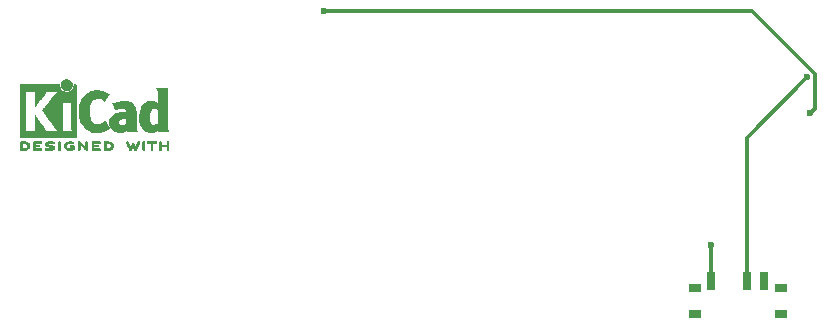
<source format=gbr>
G04 #@! TF.GenerationSoftware,KiCad,Pcbnew,5.1.4-e60b266~84~ubuntu19.04.1*
G04 #@! TF.CreationDate,2019-09-15T17:47:07+02:00*
G04 #@! TF.ProjectId,kicad,6b696361-642e-46b6-9963-61645f706362,rev?*
G04 #@! TF.SameCoordinates,Original*
G04 #@! TF.FileFunction,Copper,L1,Top*
G04 #@! TF.FilePolarity,Positive*
%FSLAX46Y46*%
G04 Gerber Fmt 4.6, Leading zero omitted, Abs format (unit mm)*
G04 Created by KiCad (PCBNEW 5.1.4-e60b266~84~ubuntu19.04.1) date 2019-09-15 17:47:07*
%MOMM*%
%LPD*%
G04 APERTURE LIST*
%ADD10C,0.010000*%
%ADD11R,1.000000X0.800000*%
%ADD12R,0.700000X1.500000*%
%ADD13C,0.600000*%
%ADD14C,0.300000*%
G04 APERTURE END LIST*
D10*
G36*
X29053600Y-30489054D02*
G01*
X29064465Y-30602993D01*
X29096082Y-30710616D01*
X29146985Y-30809615D01*
X29215707Y-30897684D01*
X29300781Y-30972516D01*
X29397768Y-31030384D01*
X29504036Y-31070005D01*
X29611050Y-31088573D01*
X29716700Y-31087434D01*
X29818875Y-31067930D01*
X29915466Y-31031406D01*
X30004362Y-30979205D01*
X30083454Y-30912673D01*
X30150631Y-30833152D01*
X30203783Y-30741987D01*
X30240801Y-30640523D01*
X30259573Y-30530102D01*
X30261511Y-30480206D01*
X30261511Y-30392267D01*
X30313440Y-30392267D01*
X30349747Y-30395111D01*
X30376645Y-30406911D01*
X30403751Y-30430649D01*
X30442133Y-30469031D01*
X30442133Y-32660602D01*
X30442124Y-32922739D01*
X30442092Y-33163241D01*
X30442028Y-33383048D01*
X30441924Y-33583101D01*
X30441773Y-33764344D01*
X30441566Y-33927716D01*
X30441294Y-34074160D01*
X30440950Y-34204617D01*
X30440526Y-34320029D01*
X30440013Y-34421338D01*
X30439403Y-34509484D01*
X30438688Y-34585410D01*
X30437860Y-34650057D01*
X30436911Y-34704367D01*
X30435833Y-34749280D01*
X30434617Y-34785740D01*
X30433255Y-34814687D01*
X30431739Y-34837063D01*
X30430062Y-34853809D01*
X30428214Y-34865868D01*
X30426187Y-34874180D01*
X30423975Y-34879687D01*
X30422892Y-34881537D01*
X30418729Y-34888549D01*
X30415195Y-34894996D01*
X30411365Y-34900900D01*
X30406318Y-34906286D01*
X30399129Y-34911178D01*
X30388877Y-34915598D01*
X30374636Y-34919572D01*
X30355486Y-34923121D01*
X30330501Y-34926270D01*
X30298760Y-34929042D01*
X30259338Y-34931461D01*
X30211314Y-34933551D01*
X30153763Y-34935335D01*
X30085763Y-34936837D01*
X30006390Y-34938080D01*
X29914721Y-34939089D01*
X29809834Y-34939885D01*
X29690804Y-34940494D01*
X29556710Y-34940939D01*
X29406627Y-34941243D01*
X29239633Y-34941430D01*
X29054804Y-34941524D01*
X28851217Y-34941548D01*
X28627950Y-34941525D01*
X28384078Y-34941480D01*
X28118679Y-34941437D01*
X28080296Y-34941432D01*
X27813318Y-34941389D01*
X27567998Y-34941318D01*
X27343417Y-34941213D01*
X27138655Y-34941066D01*
X26952794Y-34940869D01*
X26784912Y-34940616D01*
X26634092Y-34940300D01*
X26499413Y-34939913D01*
X26379956Y-34939447D01*
X26274801Y-34938897D01*
X26183029Y-34938253D01*
X26103721Y-34937511D01*
X26035957Y-34936661D01*
X25978818Y-34935697D01*
X25931383Y-34934611D01*
X25892734Y-34933397D01*
X25861951Y-34932047D01*
X25838115Y-34930555D01*
X25820306Y-34928911D01*
X25807605Y-34927111D01*
X25799092Y-34925145D01*
X25794734Y-34923477D01*
X25786272Y-34919906D01*
X25778503Y-34917270D01*
X25771398Y-34914634D01*
X25764927Y-34911062D01*
X25759061Y-34905621D01*
X25753771Y-34897375D01*
X25749026Y-34885390D01*
X25744798Y-34868731D01*
X25741057Y-34846463D01*
X25737773Y-34817652D01*
X25734917Y-34781363D01*
X25732460Y-34736661D01*
X25730371Y-34682611D01*
X25728622Y-34618279D01*
X25727183Y-34542730D01*
X25726024Y-34455030D01*
X25725117Y-34354243D01*
X25724431Y-34239434D01*
X25723937Y-34109670D01*
X25723605Y-33964015D01*
X25723407Y-33801535D01*
X25723313Y-33621295D01*
X25723292Y-33422360D01*
X25723315Y-33203796D01*
X25723354Y-32964668D01*
X25723378Y-32704040D01*
X25723378Y-32661889D01*
X25723364Y-32398992D01*
X25723339Y-32157732D01*
X25723329Y-31937165D01*
X25723358Y-31736352D01*
X25723452Y-31554349D01*
X25723638Y-31390216D01*
X25723941Y-31243011D01*
X25724386Y-31111792D01*
X25724966Y-31001867D01*
X26027803Y-31001867D01*
X26067593Y-31059711D01*
X26078764Y-31075479D01*
X26088834Y-31089441D01*
X26097862Y-31102784D01*
X26105903Y-31116693D01*
X26113014Y-31132356D01*
X26119253Y-31150958D01*
X26124675Y-31173686D01*
X26129338Y-31201727D01*
X26133299Y-31236267D01*
X26136615Y-31278492D01*
X26139341Y-31329589D01*
X26141536Y-31390744D01*
X26143255Y-31463144D01*
X26144556Y-31547975D01*
X26145495Y-31646422D01*
X26146130Y-31759674D01*
X26146516Y-31888916D01*
X26146712Y-32035334D01*
X26146773Y-32200116D01*
X26146757Y-32384447D01*
X26146720Y-32589513D01*
X26146711Y-32712133D01*
X26146735Y-32929082D01*
X26146769Y-33124642D01*
X26146757Y-33299999D01*
X26146642Y-33456341D01*
X26146370Y-33594857D01*
X26145882Y-33716734D01*
X26145124Y-33823160D01*
X26144038Y-33915322D01*
X26142569Y-33994409D01*
X26140660Y-34061608D01*
X26138256Y-34118107D01*
X26135299Y-34165093D01*
X26131734Y-34203755D01*
X26127505Y-34235280D01*
X26122554Y-34260855D01*
X26116827Y-34281670D01*
X26110267Y-34298911D01*
X26102817Y-34313765D01*
X26094421Y-34327422D01*
X26085024Y-34341069D01*
X26074568Y-34355893D01*
X26068477Y-34364783D01*
X26029704Y-34422400D01*
X26561268Y-34422400D01*
X26684517Y-34422365D01*
X26787013Y-34422215D01*
X26870580Y-34421878D01*
X26937044Y-34421286D01*
X26988229Y-34420367D01*
X27025959Y-34419051D01*
X27052060Y-34417269D01*
X27068356Y-34414951D01*
X27076672Y-34412026D01*
X27078832Y-34408424D01*
X27076661Y-34404075D01*
X27075465Y-34402645D01*
X27050315Y-34365573D01*
X27024417Y-34312772D01*
X27000808Y-34250770D01*
X26992539Y-34224357D01*
X26987922Y-34206416D01*
X26984021Y-34185355D01*
X26980752Y-34159089D01*
X26978034Y-34125532D01*
X26975785Y-34082599D01*
X26973923Y-34028204D01*
X26972364Y-33960262D01*
X26971028Y-33876688D01*
X26969831Y-33775395D01*
X26968692Y-33654300D01*
X26968315Y-33609600D01*
X26967298Y-33484449D01*
X26966540Y-33380082D01*
X26966097Y-33294707D01*
X26966030Y-33226533D01*
X26966395Y-33173765D01*
X26967252Y-33134614D01*
X26968659Y-33107285D01*
X26970675Y-33089986D01*
X26973357Y-33080926D01*
X26976764Y-33078312D01*
X26980956Y-33080351D01*
X26985429Y-33084667D01*
X26995784Y-33097602D01*
X27017842Y-33126676D01*
X27050043Y-33169759D01*
X27090826Y-33224718D01*
X27138630Y-33289423D01*
X27191895Y-33361742D01*
X27249060Y-33439544D01*
X27308563Y-33520698D01*
X27368845Y-33603072D01*
X27428345Y-33684536D01*
X27485502Y-33762957D01*
X27538755Y-33836204D01*
X27586543Y-33902147D01*
X27627307Y-33958654D01*
X27659484Y-34003593D01*
X27681515Y-34034834D01*
X27686083Y-34041466D01*
X27709004Y-34078369D01*
X27735812Y-34126359D01*
X27761211Y-34175897D01*
X27764432Y-34182577D01*
X27786110Y-34230772D01*
X27798696Y-34268334D01*
X27804426Y-34304160D01*
X27805544Y-34346200D01*
X27804910Y-34422400D01*
X28959349Y-34422400D01*
X28868185Y-34328669D01*
X28821388Y-34278775D01*
X28771101Y-34222295D01*
X28725056Y-34168026D01*
X28704631Y-34142673D01*
X28674193Y-34103128D01*
X28634138Y-34049916D01*
X28585639Y-33984667D01*
X28529865Y-33909011D01*
X28467989Y-33824577D01*
X28401181Y-33732994D01*
X28330613Y-33635892D01*
X28257455Y-33534901D01*
X28182879Y-33431650D01*
X28108056Y-33327768D01*
X28034157Y-33224885D01*
X27962354Y-33124631D01*
X27893816Y-33028636D01*
X27829716Y-32938527D01*
X27771225Y-32855936D01*
X27719514Y-32782492D01*
X27675753Y-32719824D01*
X27641115Y-32669561D01*
X27616770Y-32633334D01*
X27603889Y-32612771D01*
X27602131Y-32608668D01*
X27610090Y-32597342D01*
X27630885Y-32570162D01*
X27663153Y-32528829D01*
X27705530Y-32475044D01*
X27756653Y-32410506D01*
X27815159Y-32336918D01*
X27879686Y-32255978D01*
X27948869Y-32169388D01*
X28021347Y-32078848D01*
X28095754Y-31986060D01*
X28155483Y-31911702D01*
X29166489Y-31911702D01*
X29172398Y-31924659D01*
X29186728Y-31946908D01*
X29187775Y-31948391D01*
X29206562Y-31978544D01*
X29226209Y-32015375D01*
X29230108Y-32023511D01*
X29233644Y-32031940D01*
X29236770Y-32042059D01*
X29239514Y-32055260D01*
X29241908Y-32072938D01*
X29243981Y-32096484D01*
X29245765Y-32127293D01*
X29247288Y-32166757D01*
X29248581Y-32216269D01*
X29249674Y-32277223D01*
X29250597Y-32351011D01*
X29251381Y-32439028D01*
X29252055Y-32542665D01*
X29252650Y-32663316D01*
X29253195Y-32802374D01*
X29253721Y-32961232D01*
X29254255Y-33140089D01*
X29254794Y-33325207D01*
X29255228Y-33489145D01*
X29255491Y-33633303D01*
X29255516Y-33759079D01*
X29255235Y-33867871D01*
X29254581Y-33961077D01*
X29253486Y-34040097D01*
X29251882Y-34106328D01*
X29249703Y-34161170D01*
X29246881Y-34206021D01*
X29243349Y-34242278D01*
X29239039Y-34271341D01*
X29233883Y-34294609D01*
X29227815Y-34313479D01*
X29220767Y-34329351D01*
X29212671Y-34343622D01*
X29203460Y-34357691D01*
X29194960Y-34370158D01*
X29177824Y-34396452D01*
X29167678Y-34414037D01*
X29166489Y-34417257D01*
X29177396Y-34418334D01*
X29208589Y-34419335D01*
X29257777Y-34420235D01*
X29322667Y-34421010D01*
X29400970Y-34421637D01*
X29490393Y-34422091D01*
X29588644Y-34422349D01*
X29657555Y-34422400D01*
X29762548Y-34422180D01*
X29859390Y-34421548D01*
X29945893Y-34420549D01*
X30019868Y-34419227D01*
X30079126Y-34417626D01*
X30121480Y-34415791D01*
X30144740Y-34413765D01*
X30148622Y-34412493D01*
X30140924Y-34397591D01*
X30132926Y-34389560D01*
X30119754Y-34372434D01*
X30102515Y-34342183D01*
X30090593Y-34317622D01*
X30063955Y-34258711D01*
X30060880Y-33081845D01*
X30057805Y-31904978D01*
X29612147Y-31904978D01*
X29514330Y-31905142D01*
X29423936Y-31905611D01*
X29343370Y-31906347D01*
X29275038Y-31907316D01*
X29221344Y-31908480D01*
X29184695Y-31909803D01*
X29167496Y-31911249D01*
X29166489Y-31911702D01*
X28155483Y-31911702D01*
X28170730Y-31892722D01*
X28244910Y-31800537D01*
X28316931Y-31711204D01*
X28385431Y-31626424D01*
X28449045Y-31547898D01*
X28506412Y-31477326D01*
X28556167Y-31416409D01*
X28596948Y-31366847D01*
X28614112Y-31346178D01*
X28700404Y-31245516D01*
X28777003Y-31162259D01*
X28845817Y-31094438D01*
X28908752Y-31040089D01*
X28918133Y-31032722D01*
X28957644Y-31002117D01*
X27825884Y-31001867D01*
X27831173Y-31049844D01*
X27827870Y-31107188D01*
X27806339Y-31175463D01*
X27766365Y-31255212D01*
X27721057Y-31327495D01*
X27704839Y-31350140D01*
X27676786Y-31387696D01*
X27638570Y-31438021D01*
X27591863Y-31498973D01*
X27538339Y-31568411D01*
X27479669Y-31644194D01*
X27417525Y-31724180D01*
X27353579Y-31806228D01*
X27289505Y-31888196D01*
X27226973Y-31967943D01*
X27167657Y-32043327D01*
X27113229Y-32112207D01*
X27065361Y-32172442D01*
X27025725Y-32221889D01*
X26995994Y-32258408D01*
X26977839Y-32279858D01*
X26974780Y-32283156D01*
X26971921Y-32275149D01*
X26969707Y-32244855D01*
X26968143Y-32192556D01*
X26967233Y-32118531D01*
X26966980Y-32023063D01*
X26967387Y-31906434D01*
X26968296Y-31786445D01*
X26969618Y-31654333D01*
X26971143Y-31542594D01*
X26973119Y-31449025D01*
X26975794Y-31371419D01*
X26979418Y-31307574D01*
X26984239Y-31255283D01*
X26990506Y-31212344D01*
X26998468Y-31176551D01*
X27008373Y-31145700D01*
X27020469Y-31117586D01*
X27035007Y-31090005D01*
X27049689Y-31064966D01*
X27087686Y-31001867D01*
X26027803Y-31001867D01*
X25724966Y-31001867D01*
X25724999Y-30995617D01*
X25725805Y-30893544D01*
X25726830Y-30804633D01*
X25728100Y-30727941D01*
X25729640Y-30662527D01*
X25731476Y-30607449D01*
X25733633Y-30561765D01*
X25736137Y-30524534D01*
X25739013Y-30494813D01*
X25742287Y-30471662D01*
X25745985Y-30454139D01*
X25750131Y-30441301D01*
X25754753Y-30432208D01*
X25759874Y-30425918D01*
X25765522Y-30421488D01*
X25771721Y-30417978D01*
X25778496Y-30414445D01*
X25784492Y-30410876D01*
X25789725Y-30408300D01*
X25797901Y-30405972D01*
X25810114Y-30403878D01*
X25827459Y-30402007D01*
X25851031Y-30400347D01*
X25881923Y-30398884D01*
X25921232Y-30397608D01*
X25970050Y-30396504D01*
X26029473Y-30395561D01*
X26100596Y-30394767D01*
X26184512Y-30394109D01*
X26282317Y-30393575D01*
X26395106Y-30393153D01*
X26523971Y-30392829D01*
X26670009Y-30392592D01*
X26834314Y-30392430D01*
X27017980Y-30392330D01*
X27222103Y-30392280D01*
X27433247Y-30392267D01*
X29053600Y-30392267D01*
X29053600Y-30489054D01*
X29053600Y-30489054D01*
G37*
X29053600Y-30489054D02*
X29064465Y-30602993D01*
X29096082Y-30710616D01*
X29146985Y-30809615D01*
X29215707Y-30897684D01*
X29300781Y-30972516D01*
X29397768Y-31030384D01*
X29504036Y-31070005D01*
X29611050Y-31088573D01*
X29716700Y-31087434D01*
X29818875Y-31067930D01*
X29915466Y-31031406D01*
X30004362Y-30979205D01*
X30083454Y-30912673D01*
X30150631Y-30833152D01*
X30203783Y-30741987D01*
X30240801Y-30640523D01*
X30259573Y-30530102D01*
X30261511Y-30480206D01*
X30261511Y-30392267D01*
X30313440Y-30392267D01*
X30349747Y-30395111D01*
X30376645Y-30406911D01*
X30403751Y-30430649D01*
X30442133Y-30469031D01*
X30442133Y-32660602D01*
X30442124Y-32922739D01*
X30442092Y-33163241D01*
X30442028Y-33383048D01*
X30441924Y-33583101D01*
X30441773Y-33764344D01*
X30441566Y-33927716D01*
X30441294Y-34074160D01*
X30440950Y-34204617D01*
X30440526Y-34320029D01*
X30440013Y-34421338D01*
X30439403Y-34509484D01*
X30438688Y-34585410D01*
X30437860Y-34650057D01*
X30436911Y-34704367D01*
X30435833Y-34749280D01*
X30434617Y-34785740D01*
X30433255Y-34814687D01*
X30431739Y-34837063D01*
X30430062Y-34853809D01*
X30428214Y-34865868D01*
X30426187Y-34874180D01*
X30423975Y-34879687D01*
X30422892Y-34881537D01*
X30418729Y-34888549D01*
X30415195Y-34894996D01*
X30411365Y-34900900D01*
X30406318Y-34906286D01*
X30399129Y-34911178D01*
X30388877Y-34915598D01*
X30374636Y-34919572D01*
X30355486Y-34923121D01*
X30330501Y-34926270D01*
X30298760Y-34929042D01*
X30259338Y-34931461D01*
X30211314Y-34933551D01*
X30153763Y-34935335D01*
X30085763Y-34936837D01*
X30006390Y-34938080D01*
X29914721Y-34939089D01*
X29809834Y-34939885D01*
X29690804Y-34940494D01*
X29556710Y-34940939D01*
X29406627Y-34941243D01*
X29239633Y-34941430D01*
X29054804Y-34941524D01*
X28851217Y-34941548D01*
X28627950Y-34941525D01*
X28384078Y-34941480D01*
X28118679Y-34941437D01*
X28080296Y-34941432D01*
X27813318Y-34941389D01*
X27567998Y-34941318D01*
X27343417Y-34941213D01*
X27138655Y-34941066D01*
X26952794Y-34940869D01*
X26784912Y-34940616D01*
X26634092Y-34940300D01*
X26499413Y-34939913D01*
X26379956Y-34939447D01*
X26274801Y-34938897D01*
X26183029Y-34938253D01*
X26103721Y-34937511D01*
X26035957Y-34936661D01*
X25978818Y-34935697D01*
X25931383Y-34934611D01*
X25892734Y-34933397D01*
X25861951Y-34932047D01*
X25838115Y-34930555D01*
X25820306Y-34928911D01*
X25807605Y-34927111D01*
X25799092Y-34925145D01*
X25794734Y-34923477D01*
X25786272Y-34919906D01*
X25778503Y-34917270D01*
X25771398Y-34914634D01*
X25764927Y-34911062D01*
X25759061Y-34905621D01*
X25753771Y-34897375D01*
X25749026Y-34885390D01*
X25744798Y-34868731D01*
X25741057Y-34846463D01*
X25737773Y-34817652D01*
X25734917Y-34781363D01*
X25732460Y-34736661D01*
X25730371Y-34682611D01*
X25728622Y-34618279D01*
X25727183Y-34542730D01*
X25726024Y-34455030D01*
X25725117Y-34354243D01*
X25724431Y-34239434D01*
X25723937Y-34109670D01*
X25723605Y-33964015D01*
X25723407Y-33801535D01*
X25723313Y-33621295D01*
X25723292Y-33422360D01*
X25723315Y-33203796D01*
X25723354Y-32964668D01*
X25723378Y-32704040D01*
X25723378Y-32661889D01*
X25723364Y-32398992D01*
X25723339Y-32157732D01*
X25723329Y-31937165D01*
X25723358Y-31736352D01*
X25723452Y-31554349D01*
X25723638Y-31390216D01*
X25723941Y-31243011D01*
X25724386Y-31111792D01*
X25724966Y-31001867D01*
X26027803Y-31001867D01*
X26067593Y-31059711D01*
X26078764Y-31075479D01*
X26088834Y-31089441D01*
X26097862Y-31102784D01*
X26105903Y-31116693D01*
X26113014Y-31132356D01*
X26119253Y-31150958D01*
X26124675Y-31173686D01*
X26129338Y-31201727D01*
X26133299Y-31236267D01*
X26136615Y-31278492D01*
X26139341Y-31329589D01*
X26141536Y-31390744D01*
X26143255Y-31463144D01*
X26144556Y-31547975D01*
X26145495Y-31646422D01*
X26146130Y-31759674D01*
X26146516Y-31888916D01*
X26146712Y-32035334D01*
X26146773Y-32200116D01*
X26146757Y-32384447D01*
X26146720Y-32589513D01*
X26146711Y-32712133D01*
X26146735Y-32929082D01*
X26146769Y-33124642D01*
X26146757Y-33299999D01*
X26146642Y-33456341D01*
X26146370Y-33594857D01*
X26145882Y-33716734D01*
X26145124Y-33823160D01*
X26144038Y-33915322D01*
X26142569Y-33994409D01*
X26140660Y-34061608D01*
X26138256Y-34118107D01*
X26135299Y-34165093D01*
X26131734Y-34203755D01*
X26127505Y-34235280D01*
X26122554Y-34260855D01*
X26116827Y-34281670D01*
X26110267Y-34298911D01*
X26102817Y-34313765D01*
X26094421Y-34327422D01*
X26085024Y-34341069D01*
X26074568Y-34355893D01*
X26068477Y-34364783D01*
X26029704Y-34422400D01*
X26561268Y-34422400D01*
X26684517Y-34422365D01*
X26787013Y-34422215D01*
X26870580Y-34421878D01*
X26937044Y-34421286D01*
X26988229Y-34420367D01*
X27025959Y-34419051D01*
X27052060Y-34417269D01*
X27068356Y-34414951D01*
X27076672Y-34412026D01*
X27078832Y-34408424D01*
X27076661Y-34404075D01*
X27075465Y-34402645D01*
X27050315Y-34365573D01*
X27024417Y-34312772D01*
X27000808Y-34250770D01*
X26992539Y-34224357D01*
X26987922Y-34206416D01*
X26984021Y-34185355D01*
X26980752Y-34159089D01*
X26978034Y-34125532D01*
X26975785Y-34082599D01*
X26973923Y-34028204D01*
X26972364Y-33960262D01*
X26971028Y-33876688D01*
X26969831Y-33775395D01*
X26968692Y-33654300D01*
X26968315Y-33609600D01*
X26967298Y-33484449D01*
X26966540Y-33380082D01*
X26966097Y-33294707D01*
X26966030Y-33226533D01*
X26966395Y-33173765D01*
X26967252Y-33134614D01*
X26968659Y-33107285D01*
X26970675Y-33089986D01*
X26973357Y-33080926D01*
X26976764Y-33078312D01*
X26980956Y-33080351D01*
X26985429Y-33084667D01*
X26995784Y-33097602D01*
X27017842Y-33126676D01*
X27050043Y-33169759D01*
X27090826Y-33224718D01*
X27138630Y-33289423D01*
X27191895Y-33361742D01*
X27249060Y-33439544D01*
X27308563Y-33520698D01*
X27368845Y-33603072D01*
X27428345Y-33684536D01*
X27485502Y-33762957D01*
X27538755Y-33836204D01*
X27586543Y-33902147D01*
X27627307Y-33958654D01*
X27659484Y-34003593D01*
X27681515Y-34034834D01*
X27686083Y-34041466D01*
X27709004Y-34078369D01*
X27735812Y-34126359D01*
X27761211Y-34175897D01*
X27764432Y-34182577D01*
X27786110Y-34230772D01*
X27798696Y-34268334D01*
X27804426Y-34304160D01*
X27805544Y-34346200D01*
X27804910Y-34422400D01*
X28959349Y-34422400D01*
X28868185Y-34328669D01*
X28821388Y-34278775D01*
X28771101Y-34222295D01*
X28725056Y-34168026D01*
X28704631Y-34142673D01*
X28674193Y-34103128D01*
X28634138Y-34049916D01*
X28585639Y-33984667D01*
X28529865Y-33909011D01*
X28467989Y-33824577D01*
X28401181Y-33732994D01*
X28330613Y-33635892D01*
X28257455Y-33534901D01*
X28182879Y-33431650D01*
X28108056Y-33327768D01*
X28034157Y-33224885D01*
X27962354Y-33124631D01*
X27893816Y-33028636D01*
X27829716Y-32938527D01*
X27771225Y-32855936D01*
X27719514Y-32782492D01*
X27675753Y-32719824D01*
X27641115Y-32669561D01*
X27616770Y-32633334D01*
X27603889Y-32612771D01*
X27602131Y-32608668D01*
X27610090Y-32597342D01*
X27630885Y-32570162D01*
X27663153Y-32528829D01*
X27705530Y-32475044D01*
X27756653Y-32410506D01*
X27815159Y-32336918D01*
X27879686Y-32255978D01*
X27948869Y-32169388D01*
X28021347Y-32078848D01*
X28095754Y-31986060D01*
X28155483Y-31911702D01*
X29166489Y-31911702D01*
X29172398Y-31924659D01*
X29186728Y-31946908D01*
X29187775Y-31948391D01*
X29206562Y-31978544D01*
X29226209Y-32015375D01*
X29230108Y-32023511D01*
X29233644Y-32031940D01*
X29236770Y-32042059D01*
X29239514Y-32055260D01*
X29241908Y-32072938D01*
X29243981Y-32096484D01*
X29245765Y-32127293D01*
X29247288Y-32166757D01*
X29248581Y-32216269D01*
X29249674Y-32277223D01*
X29250597Y-32351011D01*
X29251381Y-32439028D01*
X29252055Y-32542665D01*
X29252650Y-32663316D01*
X29253195Y-32802374D01*
X29253721Y-32961232D01*
X29254255Y-33140089D01*
X29254794Y-33325207D01*
X29255228Y-33489145D01*
X29255491Y-33633303D01*
X29255516Y-33759079D01*
X29255235Y-33867871D01*
X29254581Y-33961077D01*
X29253486Y-34040097D01*
X29251882Y-34106328D01*
X29249703Y-34161170D01*
X29246881Y-34206021D01*
X29243349Y-34242278D01*
X29239039Y-34271341D01*
X29233883Y-34294609D01*
X29227815Y-34313479D01*
X29220767Y-34329351D01*
X29212671Y-34343622D01*
X29203460Y-34357691D01*
X29194960Y-34370158D01*
X29177824Y-34396452D01*
X29167678Y-34414037D01*
X29166489Y-34417257D01*
X29177396Y-34418334D01*
X29208589Y-34419335D01*
X29257777Y-34420235D01*
X29322667Y-34421010D01*
X29400970Y-34421637D01*
X29490393Y-34422091D01*
X29588644Y-34422349D01*
X29657555Y-34422400D01*
X29762548Y-34422180D01*
X29859390Y-34421548D01*
X29945893Y-34420549D01*
X30019868Y-34419227D01*
X30079126Y-34417626D01*
X30121480Y-34415791D01*
X30144740Y-34413765D01*
X30148622Y-34412493D01*
X30140924Y-34397591D01*
X30132926Y-34389560D01*
X30119754Y-34372434D01*
X30102515Y-34342183D01*
X30090593Y-34317622D01*
X30063955Y-34258711D01*
X30060880Y-33081845D01*
X30057805Y-31904978D01*
X29612147Y-31904978D01*
X29514330Y-31905142D01*
X29423936Y-31905611D01*
X29343370Y-31906347D01*
X29275038Y-31907316D01*
X29221344Y-31908480D01*
X29184695Y-31909803D01*
X29167496Y-31911249D01*
X29166489Y-31911702D01*
X28155483Y-31911702D01*
X28170730Y-31892722D01*
X28244910Y-31800537D01*
X28316931Y-31711204D01*
X28385431Y-31626424D01*
X28449045Y-31547898D01*
X28506412Y-31477326D01*
X28556167Y-31416409D01*
X28596948Y-31366847D01*
X28614112Y-31346178D01*
X28700404Y-31245516D01*
X28777003Y-31162259D01*
X28845817Y-31094438D01*
X28908752Y-31040089D01*
X28918133Y-31032722D01*
X28957644Y-31002117D01*
X27825884Y-31001867D01*
X27831173Y-31049844D01*
X27827870Y-31107188D01*
X27806339Y-31175463D01*
X27766365Y-31255212D01*
X27721057Y-31327495D01*
X27704839Y-31350140D01*
X27676786Y-31387696D01*
X27638570Y-31438021D01*
X27591863Y-31498973D01*
X27538339Y-31568411D01*
X27479669Y-31644194D01*
X27417525Y-31724180D01*
X27353579Y-31806228D01*
X27289505Y-31888196D01*
X27226973Y-31967943D01*
X27167657Y-32043327D01*
X27113229Y-32112207D01*
X27065361Y-32172442D01*
X27025725Y-32221889D01*
X26995994Y-32258408D01*
X26977839Y-32279858D01*
X26974780Y-32283156D01*
X26971921Y-32275149D01*
X26969707Y-32244855D01*
X26968143Y-32192556D01*
X26967233Y-32118531D01*
X26966980Y-32023063D01*
X26967387Y-31906434D01*
X26968296Y-31786445D01*
X26969618Y-31654333D01*
X26971143Y-31542594D01*
X26973119Y-31449025D01*
X26975794Y-31371419D01*
X26979418Y-31307574D01*
X26984239Y-31255283D01*
X26990506Y-31212344D01*
X26998468Y-31176551D01*
X27008373Y-31145700D01*
X27020469Y-31117586D01*
X27035007Y-31090005D01*
X27049689Y-31064966D01*
X27087686Y-31001867D01*
X26027803Y-31001867D01*
X25724966Y-31001867D01*
X25724999Y-30995617D01*
X25725805Y-30893544D01*
X25726830Y-30804633D01*
X25728100Y-30727941D01*
X25729640Y-30662527D01*
X25731476Y-30607449D01*
X25733633Y-30561765D01*
X25736137Y-30524534D01*
X25739013Y-30494813D01*
X25742287Y-30471662D01*
X25745985Y-30454139D01*
X25750131Y-30441301D01*
X25754753Y-30432208D01*
X25759874Y-30425918D01*
X25765522Y-30421488D01*
X25771721Y-30417978D01*
X25778496Y-30414445D01*
X25784492Y-30410876D01*
X25789725Y-30408300D01*
X25797901Y-30405972D01*
X25810114Y-30403878D01*
X25827459Y-30402007D01*
X25851031Y-30400347D01*
X25881923Y-30398884D01*
X25921232Y-30397608D01*
X25970050Y-30396504D01*
X26029473Y-30395561D01*
X26100596Y-30394767D01*
X26184512Y-30394109D01*
X26282317Y-30393575D01*
X26395106Y-30393153D01*
X26523971Y-30392829D01*
X26670009Y-30392592D01*
X26834314Y-30392430D01*
X27017980Y-30392330D01*
X27222103Y-30392280D01*
X27433247Y-30392267D01*
X29053600Y-30392267D01*
X29053600Y-30489054D01*
G36*
X32328429Y-30949071D02*
G01*
X32488570Y-30970245D01*
X32652510Y-31010385D01*
X32822313Y-31069889D01*
X33000043Y-31149154D01*
X33011310Y-31154699D01*
X33069005Y-31182725D01*
X33120552Y-31206802D01*
X33162191Y-31225249D01*
X33190162Y-31236386D01*
X33199733Y-31238933D01*
X33218950Y-31243941D01*
X33223561Y-31248147D01*
X33218458Y-31258580D01*
X33202418Y-31284868D01*
X33177288Y-31324257D01*
X33144914Y-31373991D01*
X33107143Y-31431315D01*
X33065822Y-31493476D01*
X33022798Y-31557718D01*
X32979917Y-31621285D01*
X32939026Y-31681425D01*
X32901971Y-31735380D01*
X32870600Y-31780397D01*
X32846759Y-31813721D01*
X32832294Y-31832597D01*
X32830309Y-31834787D01*
X32820191Y-31830138D01*
X32797850Y-31812962D01*
X32767280Y-31786440D01*
X32751536Y-31771964D01*
X32655047Y-31696682D01*
X32548336Y-31641241D01*
X32432832Y-31606141D01*
X32309962Y-31591880D01*
X32240561Y-31593051D01*
X32119423Y-31610212D01*
X32010205Y-31646094D01*
X31912582Y-31700959D01*
X31826228Y-31775070D01*
X31750815Y-31868688D01*
X31686018Y-31982076D01*
X31648601Y-32068667D01*
X31604748Y-32204366D01*
X31572428Y-32351850D01*
X31551557Y-32507314D01*
X31542051Y-32666956D01*
X31543827Y-32826973D01*
X31556803Y-32983561D01*
X31580894Y-33132918D01*
X31616018Y-33271240D01*
X31662092Y-33394724D01*
X31678373Y-33428978D01*
X31746620Y-33543064D01*
X31827079Y-33639557D01*
X31918570Y-33717670D01*
X32019911Y-33776617D01*
X32129920Y-33815612D01*
X32247415Y-33833868D01*
X32288883Y-33835211D01*
X32410441Y-33824290D01*
X32530878Y-33791474D01*
X32648666Y-33737439D01*
X32762277Y-33662865D01*
X32853685Y-33584539D01*
X32900215Y-33540008D01*
X33081483Y-33837271D01*
X33126580Y-33911433D01*
X33167819Y-33979646D01*
X33203735Y-34039459D01*
X33232866Y-34088420D01*
X33253750Y-34124079D01*
X33264924Y-34143984D01*
X33266375Y-34147079D01*
X33258146Y-34156718D01*
X33232567Y-34173999D01*
X33192873Y-34197283D01*
X33142297Y-34224934D01*
X33084074Y-34255315D01*
X33021437Y-34286790D01*
X32957621Y-34317722D01*
X32895860Y-34346473D01*
X32839388Y-34371408D01*
X32791438Y-34390889D01*
X32767986Y-34399318D01*
X32634221Y-34437133D01*
X32496327Y-34462136D01*
X32348622Y-34475140D01*
X32221833Y-34477468D01*
X32153878Y-34476373D01*
X32088277Y-34474275D01*
X32030847Y-34471434D01*
X31987403Y-34468106D01*
X31973298Y-34466422D01*
X31834284Y-34437587D01*
X31692757Y-34392468D01*
X31555275Y-34333750D01*
X31428394Y-34264120D01*
X31350889Y-34211441D01*
X31223481Y-34103239D01*
X31105178Y-33976671D01*
X30998172Y-33834866D01*
X30904652Y-33680951D01*
X30826810Y-33518053D01*
X30782956Y-33400756D01*
X30732708Y-33217128D01*
X30699209Y-33022581D01*
X30682449Y-32821325D01*
X30682416Y-32617568D01*
X30699101Y-32415521D01*
X30732493Y-32219392D01*
X30782580Y-32033391D01*
X30786397Y-32021803D01*
X30849281Y-31859750D01*
X30926028Y-31711832D01*
X31019242Y-31573865D01*
X31131527Y-31441661D01*
X31175392Y-31396399D01*
X31311534Y-31272457D01*
X31451491Y-31169915D01*
X31597411Y-31087656D01*
X31751442Y-31024564D01*
X31915732Y-30979523D01*
X32011289Y-30962033D01*
X32170023Y-30946466D01*
X32328429Y-30949071D01*
X32328429Y-30949071D01*
G37*
X32328429Y-30949071D02*
X32488570Y-30970245D01*
X32652510Y-31010385D01*
X32822313Y-31069889D01*
X33000043Y-31149154D01*
X33011310Y-31154699D01*
X33069005Y-31182725D01*
X33120552Y-31206802D01*
X33162191Y-31225249D01*
X33190162Y-31236386D01*
X33199733Y-31238933D01*
X33218950Y-31243941D01*
X33223561Y-31248147D01*
X33218458Y-31258580D01*
X33202418Y-31284868D01*
X33177288Y-31324257D01*
X33144914Y-31373991D01*
X33107143Y-31431315D01*
X33065822Y-31493476D01*
X33022798Y-31557718D01*
X32979917Y-31621285D01*
X32939026Y-31681425D01*
X32901971Y-31735380D01*
X32870600Y-31780397D01*
X32846759Y-31813721D01*
X32832294Y-31832597D01*
X32830309Y-31834787D01*
X32820191Y-31830138D01*
X32797850Y-31812962D01*
X32767280Y-31786440D01*
X32751536Y-31771964D01*
X32655047Y-31696682D01*
X32548336Y-31641241D01*
X32432832Y-31606141D01*
X32309962Y-31591880D01*
X32240561Y-31593051D01*
X32119423Y-31610212D01*
X32010205Y-31646094D01*
X31912582Y-31700959D01*
X31826228Y-31775070D01*
X31750815Y-31868688D01*
X31686018Y-31982076D01*
X31648601Y-32068667D01*
X31604748Y-32204366D01*
X31572428Y-32351850D01*
X31551557Y-32507314D01*
X31542051Y-32666956D01*
X31543827Y-32826973D01*
X31556803Y-32983561D01*
X31580894Y-33132918D01*
X31616018Y-33271240D01*
X31662092Y-33394724D01*
X31678373Y-33428978D01*
X31746620Y-33543064D01*
X31827079Y-33639557D01*
X31918570Y-33717670D01*
X32019911Y-33776617D01*
X32129920Y-33815612D01*
X32247415Y-33833868D01*
X32288883Y-33835211D01*
X32410441Y-33824290D01*
X32530878Y-33791474D01*
X32648666Y-33737439D01*
X32762277Y-33662865D01*
X32853685Y-33584539D01*
X32900215Y-33540008D01*
X33081483Y-33837271D01*
X33126580Y-33911433D01*
X33167819Y-33979646D01*
X33203735Y-34039459D01*
X33232866Y-34088420D01*
X33253750Y-34124079D01*
X33264924Y-34143984D01*
X33266375Y-34147079D01*
X33258146Y-34156718D01*
X33232567Y-34173999D01*
X33192873Y-34197283D01*
X33142297Y-34224934D01*
X33084074Y-34255315D01*
X33021437Y-34286790D01*
X32957621Y-34317722D01*
X32895860Y-34346473D01*
X32839388Y-34371408D01*
X32791438Y-34390889D01*
X32767986Y-34399318D01*
X32634221Y-34437133D01*
X32496327Y-34462136D01*
X32348622Y-34475140D01*
X32221833Y-34477468D01*
X32153878Y-34476373D01*
X32088277Y-34474275D01*
X32030847Y-34471434D01*
X31987403Y-34468106D01*
X31973298Y-34466422D01*
X31834284Y-34437587D01*
X31692757Y-34392468D01*
X31555275Y-34333750D01*
X31428394Y-34264120D01*
X31350889Y-34211441D01*
X31223481Y-34103239D01*
X31105178Y-33976671D01*
X30998172Y-33834866D01*
X30904652Y-33680951D01*
X30826810Y-33518053D01*
X30782956Y-33400756D01*
X30732708Y-33217128D01*
X30699209Y-33022581D01*
X30682449Y-32821325D01*
X30682416Y-32617568D01*
X30699101Y-32415521D01*
X30732493Y-32219392D01*
X30782580Y-32033391D01*
X30786397Y-32021803D01*
X30849281Y-31859750D01*
X30926028Y-31711832D01*
X31019242Y-31573865D01*
X31131527Y-31441661D01*
X31175392Y-31396399D01*
X31311534Y-31272457D01*
X31451491Y-31169915D01*
X31597411Y-31087656D01*
X31751442Y-31024564D01*
X31915732Y-30979523D01*
X32011289Y-30962033D01*
X32170023Y-30946466D01*
X32328429Y-30949071D01*
G36*
X34673574Y-31866552D02*
G01*
X34825492Y-31886567D01*
X34960756Y-31920202D01*
X35080239Y-31967725D01*
X35184815Y-32029405D01*
X35262424Y-32092965D01*
X35331265Y-32167099D01*
X35385006Y-32246871D01*
X35427910Y-32339091D01*
X35443384Y-32382161D01*
X35456244Y-32421142D01*
X35467446Y-32457289D01*
X35477120Y-32492434D01*
X35485396Y-32528410D01*
X35492403Y-32567050D01*
X35498272Y-32610185D01*
X35503131Y-32659649D01*
X35507110Y-32717273D01*
X35510340Y-32784891D01*
X35512949Y-32864334D01*
X35515067Y-32957436D01*
X35516824Y-33066027D01*
X35518349Y-33191942D01*
X35519772Y-33337012D01*
X35521025Y-33479778D01*
X35522351Y-33635968D01*
X35523556Y-33771239D01*
X35524766Y-33887246D01*
X35526106Y-33985645D01*
X35527700Y-34068093D01*
X35529675Y-34136246D01*
X35532156Y-34191760D01*
X35535269Y-34236292D01*
X35539138Y-34271498D01*
X35543889Y-34299034D01*
X35549648Y-34320556D01*
X35556539Y-34337722D01*
X35564689Y-34352186D01*
X35574223Y-34365606D01*
X35585266Y-34379638D01*
X35589566Y-34385071D01*
X35605386Y-34407910D01*
X35612422Y-34423463D01*
X35612444Y-34423922D01*
X35601567Y-34426121D01*
X35570582Y-34428147D01*
X35521957Y-34429942D01*
X35458163Y-34431451D01*
X35381669Y-34432616D01*
X35294944Y-34433380D01*
X35200457Y-34433686D01*
X35189550Y-34433689D01*
X34766657Y-34433689D01*
X34763395Y-34337622D01*
X34760133Y-34241556D01*
X34698044Y-34292543D01*
X34600714Y-34360057D01*
X34490813Y-34414749D01*
X34404349Y-34444978D01*
X34335278Y-34459666D01*
X34251925Y-34469659D01*
X34162159Y-34474646D01*
X34073845Y-34474313D01*
X33994851Y-34468351D01*
X33958622Y-34462638D01*
X33818603Y-34424776D01*
X33692178Y-34369932D01*
X33580260Y-34298924D01*
X33483762Y-34212568D01*
X33403600Y-34111679D01*
X33340687Y-33997076D01*
X33296312Y-33870984D01*
X33283978Y-33814401D01*
X33276368Y-33752202D01*
X33272739Y-33677363D01*
X33272245Y-33643467D01*
X33272310Y-33640282D01*
X34032248Y-33640282D01*
X34041541Y-33715333D01*
X34069728Y-33779160D01*
X34118197Y-33834798D01*
X34123254Y-33839211D01*
X34171548Y-33874037D01*
X34223257Y-33896620D01*
X34283989Y-33908540D01*
X34359352Y-33911383D01*
X34377459Y-33910978D01*
X34431278Y-33908325D01*
X34471308Y-33902909D01*
X34506324Y-33892745D01*
X34545103Y-33875850D01*
X34555745Y-33870672D01*
X34616396Y-33834844D01*
X34663215Y-33792212D01*
X34675952Y-33776973D01*
X34720622Y-33720462D01*
X34720622Y-33524586D01*
X34720086Y-33445939D01*
X34718396Y-33387988D01*
X34715428Y-33348875D01*
X34711057Y-33326741D01*
X34706972Y-33320274D01*
X34691047Y-33317111D01*
X34657264Y-33314488D01*
X34610340Y-33312655D01*
X34554993Y-33311857D01*
X34546106Y-33311842D01*
X34425330Y-33317096D01*
X34322660Y-33333263D01*
X34236106Y-33360961D01*
X34163681Y-33400808D01*
X34108751Y-33447758D01*
X34064204Y-33505645D01*
X34039480Y-33568693D01*
X34032248Y-33640282D01*
X33272310Y-33640282D01*
X33274178Y-33549712D01*
X33282522Y-33470812D01*
X33298768Y-33399590D01*
X33324405Y-33328864D01*
X33348401Y-33276493D01*
X33407020Y-33181196D01*
X33485117Y-33093170D01*
X33580315Y-33014017D01*
X33690238Y-32945340D01*
X33812510Y-32888741D01*
X33944755Y-32845821D01*
X34009422Y-32830882D01*
X34145604Y-32808777D01*
X34294049Y-32794194D01*
X34445505Y-32787813D01*
X34572064Y-32789445D01*
X34733950Y-32796224D01*
X34726530Y-32737245D01*
X34707238Y-32638092D01*
X34676104Y-32557372D01*
X34632269Y-32494466D01*
X34574871Y-32448756D01*
X34503048Y-32419622D01*
X34415941Y-32406447D01*
X34312686Y-32408611D01*
X34274711Y-32412612D01*
X34133520Y-32437780D01*
X33996707Y-32478814D01*
X33902178Y-32516815D01*
X33857018Y-32536190D01*
X33818585Y-32551760D01*
X33792234Y-32561405D01*
X33784546Y-32563452D01*
X33774802Y-32554374D01*
X33758083Y-32525405D01*
X33734232Y-32476217D01*
X33703093Y-32406484D01*
X33664507Y-32315879D01*
X33657910Y-32300089D01*
X33627853Y-32227772D01*
X33600874Y-32162425D01*
X33578136Y-32106906D01*
X33560806Y-32064072D01*
X33550048Y-32036781D01*
X33546941Y-32027942D01*
X33556940Y-32023187D01*
X33583217Y-32017910D01*
X33611489Y-32014231D01*
X33641646Y-32009474D01*
X33689433Y-32000028D01*
X33750612Y-31986820D01*
X33820946Y-31970776D01*
X33896194Y-31952820D01*
X33924755Y-31945797D01*
X34029816Y-31920209D01*
X34117480Y-31900147D01*
X34192068Y-31884969D01*
X34257903Y-31874035D01*
X34319307Y-31866704D01*
X34380602Y-31862335D01*
X34446110Y-31860287D01*
X34504128Y-31859889D01*
X34673574Y-31866552D01*
X34673574Y-31866552D01*
G37*
X34673574Y-31866552D02*
X34825492Y-31886567D01*
X34960756Y-31920202D01*
X35080239Y-31967725D01*
X35184815Y-32029405D01*
X35262424Y-32092965D01*
X35331265Y-32167099D01*
X35385006Y-32246871D01*
X35427910Y-32339091D01*
X35443384Y-32382161D01*
X35456244Y-32421142D01*
X35467446Y-32457289D01*
X35477120Y-32492434D01*
X35485396Y-32528410D01*
X35492403Y-32567050D01*
X35498272Y-32610185D01*
X35503131Y-32659649D01*
X35507110Y-32717273D01*
X35510340Y-32784891D01*
X35512949Y-32864334D01*
X35515067Y-32957436D01*
X35516824Y-33066027D01*
X35518349Y-33191942D01*
X35519772Y-33337012D01*
X35521025Y-33479778D01*
X35522351Y-33635968D01*
X35523556Y-33771239D01*
X35524766Y-33887246D01*
X35526106Y-33985645D01*
X35527700Y-34068093D01*
X35529675Y-34136246D01*
X35532156Y-34191760D01*
X35535269Y-34236292D01*
X35539138Y-34271498D01*
X35543889Y-34299034D01*
X35549648Y-34320556D01*
X35556539Y-34337722D01*
X35564689Y-34352186D01*
X35574223Y-34365606D01*
X35585266Y-34379638D01*
X35589566Y-34385071D01*
X35605386Y-34407910D01*
X35612422Y-34423463D01*
X35612444Y-34423922D01*
X35601567Y-34426121D01*
X35570582Y-34428147D01*
X35521957Y-34429942D01*
X35458163Y-34431451D01*
X35381669Y-34432616D01*
X35294944Y-34433380D01*
X35200457Y-34433686D01*
X35189550Y-34433689D01*
X34766657Y-34433689D01*
X34763395Y-34337622D01*
X34760133Y-34241556D01*
X34698044Y-34292543D01*
X34600714Y-34360057D01*
X34490813Y-34414749D01*
X34404349Y-34444978D01*
X34335278Y-34459666D01*
X34251925Y-34469659D01*
X34162159Y-34474646D01*
X34073845Y-34474313D01*
X33994851Y-34468351D01*
X33958622Y-34462638D01*
X33818603Y-34424776D01*
X33692178Y-34369932D01*
X33580260Y-34298924D01*
X33483762Y-34212568D01*
X33403600Y-34111679D01*
X33340687Y-33997076D01*
X33296312Y-33870984D01*
X33283978Y-33814401D01*
X33276368Y-33752202D01*
X33272739Y-33677363D01*
X33272245Y-33643467D01*
X33272310Y-33640282D01*
X34032248Y-33640282D01*
X34041541Y-33715333D01*
X34069728Y-33779160D01*
X34118197Y-33834798D01*
X34123254Y-33839211D01*
X34171548Y-33874037D01*
X34223257Y-33896620D01*
X34283989Y-33908540D01*
X34359352Y-33911383D01*
X34377459Y-33910978D01*
X34431278Y-33908325D01*
X34471308Y-33902909D01*
X34506324Y-33892745D01*
X34545103Y-33875850D01*
X34555745Y-33870672D01*
X34616396Y-33834844D01*
X34663215Y-33792212D01*
X34675952Y-33776973D01*
X34720622Y-33720462D01*
X34720622Y-33524586D01*
X34720086Y-33445939D01*
X34718396Y-33387988D01*
X34715428Y-33348875D01*
X34711057Y-33326741D01*
X34706972Y-33320274D01*
X34691047Y-33317111D01*
X34657264Y-33314488D01*
X34610340Y-33312655D01*
X34554993Y-33311857D01*
X34546106Y-33311842D01*
X34425330Y-33317096D01*
X34322660Y-33333263D01*
X34236106Y-33360961D01*
X34163681Y-33400808D01*
X34108751Y-33447758D01*
X34064204Y-33505645D01*
X34039480Y-33568693D01*
X34032248Y-33640282D01*
X33272310Y-33640282D01*
X33274178Y-33549712D01*
X33282522Y-33470812D01*
X33298768Y-33399590D01*
X33324405Y-33328864D01*
X33348401Y-33276493D01*
X33407020Y-33181196D01*
X33485117Y-33093170D01*
X33580315Y-33014017D01*
X33690238Y-32945340D01*
X33812510Y-32888741D01*
X33944755Y-32845821D01*
X34009422Y-32830882D01*
X34145604Y-32808777D01*
X34294049Y-32794194D01*
X34445505Y-32787813D01*
X34572064Y-32789445D01*
X34733950Y-32796224D01*
X34726530Y-32737245D01*
X34707238Y-32638092D01*
X34676104Y-32557372D01*
X34632269Y-32494466D01*
X34574871Y-32448756D01*
X34503048Y-32419622D01*
X34415941Y-32406447D01*
X34312686Y-32408611D01*
X34274711Y-32412612D01*
X34133520Y-32437780D01*
X33996707Y-32478814D01*
X33902178Y-32516815D01*
X33857018Y-32536190D01*
X33818585Y-32551760D01*
X33792234Y-32561405D01*
X33784546Y-32563452D01*
X33774802Y-32554374D01*
X33758083Y-32525405D01*
X33734232Y-32476217D01*
X33703093Y-32406484D01*
X33664507Y-32315879D01*
X33657910Y-32300089D01*
X33627853Y-32227772D01*
X33600874Y-32162425D01*
X33578136Y-32106906D01*
X33560806Y-32064072D01*
X33550048Y-32036781D01*
X33546941Y-32027942D01*
X33556940Y-32023187D01*
X33583217Y-32017910D01*
X33611489Y-32014231D01*
X33641646Y-32009474D01*
X33689433Y-32000028D01*
X33750612Y-31986820D01*
X33820946Y-31970776D01*
X33896194Y-31952820D01*
X33924755Y-31945797D01*
X34029816Y-31920209D01*
X34117480Y-31900147D01*
X34192068Y-31884969D01*
X34257903Y-31874035D01*
X34319307Y-31866704D01*
X34380602Y-31862335D01*
X34446110Y-31860287D01*
X34504128Y-31859889D01*
X34673574Y-31866552D01*
G36*
X38186507Y-32472245D02*
G01*
X38186526Y-32706662D01*
X38186552Y-32919603D01*
X38186625Y-33112168D01*
X38186782Y-33285459D01*
X38187064Y-33440576D01*
X38187509Y-33578620D01*
X38188156Y-33700692D01*
X38189045Y-33807894D01*
X38190213Y-33901326D01*
X38191701Y-33982090D01*
X38193546Y-34051286D01*
X38195789Y-34110015D01*
X38198469Y-34159379D01*
X38201623Y-34200478D01*
X38205292Y-34234413D01*
X38209513Y-34262286D01*
X38214327Y-34285198D01*
X38219773Y-34304249D01*
X38225888Y-34320540D01*
X38232712Y-34335173D01*
X38240285Y-34349249D01*
X38248645Y-34363868D01*
X38253839Y-34372974D01*
X38288104Y-34433689D01*
X37429955Y-34433689D01*
X37429955Y-34337733D01*
X37429224Y-34294370D01*
X37427272Y-34261205D01*
X37424463Y-34243424D01*
X37423221Y-34241778D01*
X37411799Y-34248662D01*
X37389084Y-34266505D01*
X37366385Y-34285879D01*
X37311800Y-34326614D01*
X37242321Y-34367617D01*
X37165270Y-34405123D01*
X37087965Y-34435364D01*
X37057113Y-34445012D01*
X36988616Y-34459578D01*
X36905764Y-34469539D01*
X36816371Y-34474583D01*
X36728248Y-34474396D01*
X36649207Y-34468666D01*
X36611511Y-34462858D01*
X36473414Y-34424797D01*
X36346113Y-34367073D01*
X36230292Y-34290211D01*
X36126637Y-34194739D01*
X36035833Y-34081179D01*
X35969031Y-33970381D01*
X35914164Y-33853625D01*
X35872163Y-33734276D01*
X35842167Y-33608283D01*
X35823311Y-33471594D01*
X35814732Y-33320158D01*
X35814006Y-33242711D01*
X35816100Y-33185934D01*
X36645217Y-33185934D01*
X36645424Y-33279002D01*
X36648337Y-33366692D01*
X36654000Y-33443772D01*
X36662455Y-33505009D01*
X36665038Y-33517350D01*
X36696840Y-33624633D01*
X36738498Y-33711658D01*
X36790363Y-33778642D01*
X36852781Y-33825805D01*
X36926100Y-33853365D01*
X37010669Y-33861541D01*
X37106835Y-33850551D01*
X37170311Y-33834829D01*
X37219454Y-33816639D01*
X37273583Y-33790791D01*
X37314244Y-33767089D01*
X37384800Y-33720721D01*
X37384800Y-32570530D01*
X37317392Y-32526962D01*
X37238867Y-32486040D01*
X37154681Y-32459389D01*
X37069557Y-32447465D01*
X36988216Y-32450722D01*
X36915380Y-32469615D01*
X36883426Y-32485184D01*
X36825501Y-32528181D01*
X36776544Y-32584953D01*
X36735390Y-32657575D01*
X36700874Y-32748121D01*
X36671833Y-32858666D01*
X36670552Y-32864533D01*
X36660381Y-32926788D01*
X36652739Y-33004594D01*
X36647670Y-33092720D01*
X36645217Y-33185934D01*
X35816100Y-33185934D01*
X35821857Y-33029895D01*
X35843802Y-32834059D01*
X35879786Y-32655332D01*
X35929759Y-32493845D01*
X35993668Y-32349726D01*
X36071462Y-32223106D01*
X36163089Y-32114115D01*
X36268497Y-32022883D01*
X36313662Y-31991932D01*
X36414611Y-31935785D01*
X36517901Y-31896174D01*
X36627989Y-31872014D01*
X36749330Y-31862219D01*
X36841836Y-31863265D01*
X36971490Y-31874231D01*
X37084084Y-31896046D01*
X37182875Y-31929714D01*
X37271121Y-31976236D01*
X37319986Y-32010448D01*
X37349353Y-32032362D01*
X37371043Y-32047333D01*
X37379253Y-32051733D01*
X37380868Y-32040904D01*
X37382159Y-32010251D01*
X37383138Y-31962526D01*
X37383817Y-31900479D01*
X37384210Y-31826862D01*
X37384330Y-31744427D01*
X37384188Y-31655925D01*
X37383797Y-31564107D01*
X37383171Y-31471724D01*
X37382320Y-31381528D01*
X37381260Y-31296271D01*
X37380001Y-31218703D01*
X37378556Y-31151576D01*
X37376938Y-31097641D01*
X37375161Y-31059650D01*
X37374669Y-31052667D01*
X37367092Y-30982251D01*
X37355531Y-30927102D01*
X37337792Y-30879981D01*
X37311682Y-30833647D01*
X37305415Y-30824067D01*
X37280983Y-30787378D01*
X38186311Y-30787378D01*
X38186507Y-32472245D01*
X38186507Y-32472245D01*
G37*
X38186507Y-32472245D02*
X38186526Y-32706662D01*
X38186552Y-32919603D01*
X38186625Y-33112168D01*
X38186782Y-33285459D01*
X38187064Y-33440576D01*
X38187509Y-33578620D01*
X38188156Y-33700692D01*
X38189045Y-33807894D01*
X38190213Y-33901326D01*
X38191701Y-33982090D01*
X38193546Y-34051286D01*
X38195789Y-34110015D01*
X38198469Y-34159379D01*
X38201623Y-34200478D01*
X38205292Y-34234413D01*
X38209513Y-34262286D01*
X38214327Y-34285198D01*
X38219773Y-34304249D01*
X38225888Y-34320540D01*
X38232712Y-34335173D01*
X38240285Y-34349249D01*
X38248645Y-34363868D01*
X38253839Y-34372974D01*
X38288104Y-34433689D01*
X37429955Y-34433689D01*
X37429955Y-34337733D01*
X37429224Y-34294370D01*
X37427272Y-34261205D01*
X37424463Y-34243424D01*
X37423221Y-34241778D01*
X37411799Y-34248662D01*
X37389084Y-34266505D01*
X37366385Y-34285879D01*
X37311800Y-34326614D01*
X37242321Y-34367617D01*
X37165270Y-34405123D01*
X37087965Y-34435364D01*
X37057113Y-34445012D01*
X36988616Y-34459578D01*
X36905764Y-34469539D01*
X36816371Y-34474583D01*
X36728248Y-34474396D01*
X36649207Y-34468666D01*
X36611511Y-34462858D01*
X36473414Y-34424797D01*
X36346113Y-34367073D01*
X36230292Y-34290211D01*
X36126637Y-34194739D01*
X36035833Y-34081179D01*
X35969031Y-33970381D01*
X35914164Y-33853625D01*
X35872163Y-33734276D01*
X35842167Y-33608283D01*
X35823311Y-33471594D01*
X35814732Y-33320158D01*
X35814006Y-33242711D01*
X35816100Y-33185934D01*
X36645217Y-33185934D01*
X36645424Y-33279002D01*
X36648337Y-33366692D01*
X36654000Y-33443772D01*
X36662455Y-33505009D01*
X36665038Y-33517350D01*
X36696840Y-33624633D01*
X36738498Y-33711658D01*
X36790363Y-33778642D01*
X36852781Y-33825805D01*
X36926100Y-33853365D01*
X37010669Y-33861541D01*
X37106835Y-33850551D01*
X37170311Y-33834829D01*
X37219454Y-33816639D01*
X37273583Y-33790791D01*
X37314244Y-33767089D01*
X37384800Y-33720721D01*
X37384800Y-32570530D01*
X37317392Y-32526962D01*
X37238867Y-32486040D01*
X37154681Y-32459389D01*
X37069557Y-32447465D01*
X36988216Y-32450722D01*
X36915380Y-32469615D01*
X36883426Y-32485184D01*
X36825501Y-32528181D01*
X36776544Y-32584953D01*
X36735390Y-32657575D01*
X36700874Y-32748121D01*
X36671833Y-32858666D01*
X36670552Y-32864533D01*
X36660381Y-32926788D01*
X36652739Y-33004594D01*
X36647670Y-33092720D01*
X36645217Y-33185934D01*
X35816100Y-33185934D01*
X35821857Y-33029895D01*
X35843802Y-32834059D01*
X35879786Y-32655332D01*
X35929759Y-32493845D01*
X35993668Y-32349726D01*
X36071462Y-32223106D01*
X36163089Y-32114115D01*
X36268497Y-32022883D01*
X36313662Y-31991932D01*
X36414611Y-31935785D01*
X36517901Y-31896174D01*
X36627989Y-31872014D01*
X36749330Y-31862219D01*
X36841836Y-31863265D01*
X36971490Y-31874231D01*
X37084084Y-31896046D01*
X37182875Y-31929714D01*
X37271121Y-31976236D01*
X37319986Y-32010448D01*
X37349353Y-32032362D01*
X37371043Y-32047333D01*
X37379253Y-32051733D01*
X37380868Y-32040904D01*
X37382159Y-32010251D01*
X37383138Y-31962526D01*
X37383817Y-31900479D01*
X37384210Y-31826862D01*
X37384330Y-31744427D01*
X37384188Y-31655925D01*
X37383797Y-31564107D01*
X37383171Y-31471724D01*
X37382320Y-31381528D01*
X37381260Y-31296271D01*
X37380001Y-31218703D01*
X37378556Y-31151576D01*
X37376938Y-31097641D01*
X37375161Y-31059650D01*
X37374669Y-31052667D01*
X37367092Y-30982251D01*
X37355531Y-30927102D01*
X37337792Y-30879981D01*
X37311682Y-30833647D01*
X37305415Y-30824067D01*
X37280983Y-30787378D01*
X38186311Y-30787378D01*
X38186507Y-32472245D01*
G36*
X29726957Y-30026571D02*
G01*
X29823232Y-30050809D01*
X29909816Y-30093641D01*
X29984627Y-30153419D01*
X30045582Y-30228494D01*
X30090601Y-30317220D01*
X30116864Y-30413530D01*
X30122714Y-30510795D01*
X30107860Y-30604654D01*
X30074160Y-30692511D01*
X30023472Y-30771770D01*
X29957655Y-30839836D01*
X29878566Y-30894112D01*
X29788066Y-30932002D01*
X29736800Y-30944426D01*
X29692302Y-30951947D01*
X29658001Y-30954919D01*
X29625040Y-30953094D01*
X29584566Y-30946225D01*
X29551469Y-30939250D01*
X29458053Y-30907741D01*
X29374381Y-30856617D01*
X29302335Y-30787429D01*
X29243800Y-30701728D01*
X29229852Y-30674489D01*
X29213414Y-30638122D01*
X29203106Y-30607582D01*
X29197540Y-30575450D01*
X29195331Y-30534307D01*
X29195052Y-30488222D01*
X29199139Y-30403865D01*
X29212554Y-30334586D01*
X29237744Y-30273961D01*
X29277154Y-30215567D01*
X29315702Y-30171302D01*
X29387594Y-30105484D01*
X29462687Y-30060053D01*
X29545438Y-30032850D01*
X29623072Y-30022576D01*
X29726957Y-30026571D01*
X29726957Y-30026571D01*
G37*
X29726957Y-30026571D02*
X29823232Y-30050809D01*
X29909816Y-30093641D01*
X29984627Y-30153419D01*
X30045582Y-30228494D01*
X30090601Y-30317220D01*
X30116864Y-30413530D01*
X30122714Y-30510795D01*
X30107860Y-30604654D01*
X30074160Y-30692511D01*
X30023472Y-30771770D01*
X29957655Y-30839836D01*
X29878566Y-30894112D01*
X29788066Y-30932002D01*
X29736800Y-30944426D01*
X29692302Y-30951947D01*
X29658001Y-30954919D01*
X29625040Y-30953094D01*
X29584566Y-30946225D01*
X29551469Y-30939250D01*
X29458053Y-30907741D01*
X29374381Y-30856617D01*
X29302335Y-30787429D01*
X29243800Y-30701728D01*
X29229852Y-30674489D01*
X29213414Y-30638122D01*
X29203106Y-30607582D01*
X29197540Y-30575450D01*
X29195331Y-30534307D01*
X29195052Y-30488222D01*
X29199139Y-30403865D01*
X29212554Y-30334586D01*
X29237744Y-30273961D01*
X29277154Y-30215567D01*
X29315702Y-30171302D01*
X29387594Y-30105484D01*
X29462687Y-30060053D01*
X29545438Y-30032850D01*
X29623072Y-30022576D01*
X29726957Y-30026571D01*
G36*
X25878629Y-35269066D02*
G01*
X25918111Y-35269467D01*
X26033800Y-35272259D01*
X26130689Y-35280550D01*
X26212081Y-35295232D01*
X26281277Y-35317193D01*
X26341580Y-35347322D01*
X26396292Y-35386510D01*
X26415833Y-35403532D01*
X26448250Y-35443363D01*
X26477480Y-35497413D01*
X26500009Y-35557323D01*
X26512321Y-35614739D01*
X26513600Y-35635956D01*
X26505583Y-35694769D01*
X26484101Y-35759013D01*
X26453001Y-35819821D01*
X26416134Y-35868330D01*
X26410146Y-35874182D01*
X26359421Y-35915321D01*
X26303875Y-35947435D01*
X26240304Y-35971365D01*
X26165506Y-35987953D01*
X26076278Y-35998041D01*
X25969418Y-36002469D01*
X25920472Y-36002845D01*
X25858238Y-36002545D01*
X25814472Y-36001292D01*
X25785069Y-35998554D01*
X25765921Y-35993801D01*
X25752923Y-35986501D01*
X25745955Y-35980267D01*
X25739374Y-35972694D01*
X25734212Y-35962924D01*
X25730297Y-35948340D01*
X25727457Y-35926326D01*
X25725520Y-35894264D01*
X25724316Y-35849536D01*
X25723672Y-35789526D01*
X25723417Y-35711617D01*
X25723378Y-35635956D01*
X25723130Y-35535041D01*
X25723183Y-35454427D01*
X25724143Y-35415822D01*
X25870133Y-35415822D01*
X25870133Y-35856089D01*
X25963266Y-35856004D01*
X26019307Y-35854396D01*
X26078001Y-35850256D01*
X26126972Y-35844464D01*
X26128462Y-35844226D01*
X26207608Y-35825090D01*
X26268998Y-35795287D01*
X26315695Y-35752878D01*
X26345365Y-35706961D01*
X26363647Y-35656026D01*
X26362229Y-35608200D01*
X26341012Y-35556933D01*
X26299511Y-35503899D01*
X26242002Y-35464600D01*
X26167250Y-35438331D01*
X26117292Y-35429035D01*
X26060584Y-35422507D01*
X26000481Y-35417782D01*
X25949361Y-35415817D01*
X25946333Y-35415808D01*
X25870133Y-35415822D01*
X25724143Y-35415822D01*
X25724740Y-35391851D01*
X25729002Y-35345055D01*
X25737170Y-35311778D01*
X25750444Y-35289759D01*
X25770026Y-35276739D01*
X25797117Y-35270457D01*
X25832918Y-35268653D01*
X25878629Y-35269066D01*
X25878629Y-35269066D01*
G37*
X25878629Y-35269066D02*
X25918111Y-35269467D01*
X26033800Y-35272259D01*
X26130689Y-35280550D01*
X26212081Y-35295232D01*
X26281277Y-35317193D01*
X26341580Y-35347322D01*
X26396292Y-35386510D01*
X26415833Y-35403532D01*
X26448250Y-35443363D01*
X26477480Y-35497413D01*
X26500009Y-35557323D01*
X26512321Y-35614739D01*
X26513600Y-35635956D01*
X26505583Y-35694769D01*
X26484101Y-35759013D01*
X26453001Y-35819821D01*
X26416134Y-35868330D01*
X26410146Y-35874182D01*
X26359421Y-35915321D01*
X26303875Y-35947435D01*
X26240304Y-35971365D01*
X26165506Y-35987953D01*
X26076278Y-35998041D01*
X25969418Y-36002469D01*
X25920472Y-36002845D01*
X25858238Y-36002545D01*
X25814472Y-36001292D01*
X25785069Y-35998554D01*
X25765921Y-35993801D01*
X25752923Y-35986501D01*
X25745955Y-35980267D01*
X25739374Y-35972694D01*
X25734212Y-35962924D01*
X25730297Y-35948340D01*
X25727457Y-35926326D01*
X25725520Y-35894264D01*
X25724316Y-35849536D01*
X25723672Y-35789526D01*
X25723417Y-35711617D01*
X25723378Y-35635956D01*
X25723130Y-35535041D01*
X25723183Y-35454427D01*
X25724143Y-35415822D01*
X25870133Y-35415822D01*
X25870133Y-35856089D01*
X25963266Y-35856004D01*
X26019307Y-35854396D01*
X26078001Y-35850256D01*
X26126972Y-35844464D01*
X26128462Y-35844226D01*
X26207608Y-35825090D01*
X26268998Y-35795287D01*
X26315695Y-35752878D01*
X26345365Y-35706961D01*
X26363647Y-35656026D01*
X26362229Y-35608200D01*
X26341012Y-35556933D01*
X26299511Y-35503899D01*
X26242002Y-35464600D01*
X26167250Y-35438331D01*
X26117292Y-35429035D01*
X26060584Y-35422507D01*
X26000481Y-35417782D01*
X25949361Y-35415817D01*
X25946333Y-35415808D01*
X25870133Y-35415822D01*
X25724143Y-35415822D01*
X25724740Y-35391851D01*
X25729002Y-35345055D01*
X25737170Y-35311778D01*
X25750444Y-35289759D01*
X25770026Y-35276739D01*
X25797117Y-35270457D01*
X25832918Y-35268653D01*
X25878629Y-35269066D01*
G36*
X27287206Y-35269146D02*
G01*
X27356614Y-35269518D01*
X27409003Y-35270385D01*
X27447153Y-35271946D01*
X27473841Y-35274403D01*
X27491847Y-35277957D01*
X27503951Y-35282810D01*
X27512931Y-35289161D01*
X27516182Y-35292084D01*
X27535957Y-35323142D01*
X27539518Y-35358828D01*
X27526509Y-35390510D01*
X27520494Y-35396913D01*
X27510765Y-35403121D01*
X27495099Y-35407910D01*
X27470592Y-35411514D01*
X27434339Y-35414164D01*
X27383435Y-35416095D01*
X27314974Y-35417539D01*
X27252383Y-35418418D01*
X27004666Y-35421467D01*
X27001281Y-35486378D01*
X26997895Y-35551289D01*
X27166042Y-35551289D01*
X27239041Y-35551919D01*
X27292483Y-35554553D01*
X27329372Y-35560309D01*
X27352712Y-35570304D01*
X27365506Y-35585656D01*
X27370758Y-35607482D01*
X27371555Y-35627738D01*
X27369077Y-35652592D01*
X27359723Y-35670906D01*
X27340617Y-35683637D01*
X27308882Y-35691741D01*
X27261641Y-35696176D01*
X27196017Y-35697899D01*
X27160199Y-35698045D01*
X26999022Y-35698045D01*
X26999022Y-35856089D01*
X27247378Y-35856089D01*
X27328787Y-35856202D01*
X27390658Y-35856712D01*
X27436032Y-35857870D01*
X27467946Y-35859930D01*
X27489441Y-35863146D01*
X27503557Y-35867772D01*
X27513332Y-35874059D01*
X27518311Y-35878667D01*
X27535390Y-35905560D01*
X27540889Y-35929467D01*
X27533037Y-35958667D01*
X27518311Y-35980267D01*
X27510454Y-35987066D01*
X27500312Y-35992346D01*
X27485156Y-35996298D01*
X27462259Y-35999113D01*
X27428891Y-36000982D01*
X27382325Y-36002098D01*
X27319833Y-36002651D01*
X27238686Y-36002833D01*
X27196578Y-36002845D01*
X27106402Y-36002765D01*
X27036076Y-36002398D01*
X26982871Y-36001552D01*
X26944060Y-36000036D01*
X26916913Y-35997659D01*
X26898702Y-35994229D01*
X26886700Y-35989554D01*
X26878178Y-35983444D01*
X26874844Y-35980267D01*
X26868245Y-35972670D01*
X26863073Y-35962870D01*
X26859154Y-35948239D01*
X26856316Y-35926152D01*
X26854385Y-35893982D01*
X26853188Y-35849103D01*
X26852552Y-35788889D01*
X26852303Y-35710713D01*
X26852266Y-35637923D01*
X26852300Y-35544707D01*
X26852535Y-35471431D01*
X26853170Y-35415458D01*
X26854406Y-35374151D01*
X26856444Y-35344872D01*
X26859483Y-35324984D01*
X26863723Y-35311850D01*
X26869365Y-35302832D01*
X26876609Y-35295293D01*
X26878394Y-35293612D01*
X26887055Y-35286172D01*
X26897118Y-35280409D01*
X26911375Y-35276112D01*
X26932617Y-35273064D01*
X26963636Y-35271051D01*
X27007223Y-35269860D01*
X27066169Y-35269275D01*
X27143266Y-35269083D01*
X27197999Y-35269067D01*
X27287206Y-35269146D01*
X27287206Y-35269146D01*
G37*
X27287206Y-35269146D02*
X27356614Y-35269518D01*
X27409003Y-35270385D01*
X27447153Y-35271946D01*
X27473841Y-35274403D01*
X27491847Y-35277957D01*
X27503951Y-35282810D01*
X27512931Y-35289161D01*
X27516182Y-35292084D01*
X27535957Y-35323142D01*
X27539518Y-35358828D01*
X27526509Y-35390510D01*
X27520494Y-35396913D01*
X27510765Y-35403121D01*
X27495099Y-35407910D01*
X27470592Y-35411514D01*
X27434339Y-35414164D01*
X27383435Y-35416095D01*
X27314974Y-35417539D01*
X27252383Y-35418418D01*
X27004666Y-35421467D01*
X27001281Y-35486378D01*
X26997895Y-35551289D01*
X27166042Y-35551289D01*
X27239041Y-35551919D01*
X27292483Y-35554553D01*
X27329372Y-35560309D01*
X27352712Y-35570304D01*
X27365506Y-35585656D01*
X27370758Y-35607482D01*
X27371555Y-35627738D01*
X27369077Y-35652592D01*
X27359723Y-35670906D01*
X27340617Y-35683637D01*
X27308882Y-35691741D01*
X27261641Y-35696176D01*
X27196017Y-35697899D01*
X27160199Y-35698045D01*
X26999022Y-35698045D01*
X26999022Y-35856089D01*
X27247378Y-35856089D01*
X27328787Y-35856202D01*
X27390658Y-35856712D01*
X27436032Y-35857870D01*
X27467946Y-35859930D01*
X27489441Y-35863146D01*
X27503557Y-35867772D01*
X27513332Y-35874059D01*
X27518311Y-35878667D01*
X27535390Y-35905560D01*
X27540889Y-35929467D01*
X27533037Y-35958667D01*
X27518311Y-35980267D01*
X27510454Y-35987066D01*
X27500312Y-35992346D01*
X27485156Y-35996298D01*
X27462259Y-35999113D01*
X27428891Y-36000982D01*
X27382325Y-36002098D01*
X27319833Y-36002651D01*
X27238686Y-36002833D01*
X27196578Y-36002845D01*
X27106402Y-36002765D01*
X27036076Y-36002398D01*
X26982871Y-36001552D01*
X26944060Y-36000036D01*
X26916913Y-35997659D01*
X26898702Y-35994229D01*
X26886700Y-35989554D01*
X26878178Y-35983444D01*
X26874844Y-35980267D01*
X26868245Y-35972670D01*
X26863073Y-35962870D01*
X26859154Y-35948239D01*
X26856316Y-35926152D01*
X26854385Y-35893982D01*
X26853188Y-35849103D01*
X26852552Y-35788889D01*
X26852303Y-35710713D01*
X26852266Y-35637923D01*
X26852300Y-35544707D01*
X26852535Y-35471431D01*
X26853170Y-35415458D01*
X26854406Y-35374151D01*
X26856444Y-35344872D01*
X26859483Y-35324984D01*
X26863723Y-35311850D01*
X26869365Y-35302832D01*
X26876609Y-35295293D01*
X26878394Y-35293612D01*
X26887055Y-35286172D01*
X26897118Y-35280409D01*
X26911375Y-35276112D01*
X26932617Y-35273064D01*
X26963636Y-35271051D01*
X27007223Y-35269860D01*
X27066169Y-35269275D01*
X27143266Y-35269083D01*
X27197999Y-35269067D01*
X27287206Y-35269146D01*
G36*
X28308297Y-35270351D02*
G01*
X28383112Y-35275581D01*
X28452694Y-35283750D01*
X28512998Y-35294550D01*
X28559980Y-35307673D01*
X28589594Y-35322813D01*
X28594140Y-35327269D01*
X28609946Y-35361850D01*
X28605153Y-35397351D01*
X28580636Y-35427725D01*
X28579466Y-35428596D01*
X28565046Y-35437954D01*
X28549992Y-35442876D01*
X28528995Y-35443473D01*
X28496743Y-35439861D01*
X28447927Y-35432154D01*
X28444000Y-35431505D01*
X28371261Y-35422569D01*
X28292783Y-35418161D01*
X28214073Y-35418119D01*
X28140639Y-35422279D01*
X28077989Y-35430479D01*
X28031630Y-35442557D01*
X28028584Y-35443771D01*
X27994952Y-35462615D01*
X27983136Y-35481685D01*
X27992386Y-35500439D01*
X28021953Y-35518337D01*
X28071089Y-35534837D01*
X28139043Y-35549396D01*
X28184355Y-35556406D01*
X28278544Y-35569889D01*
X28353456Y-35582214D01*
X28412283Y-35594449D01*
X28458215Y-35607661D01*
X28494445Y-35622917D01*
X28524162Y-35641285D01*
X28550558Y-35663831D01*
X28571770Y-35685971D01*
X28596935Y-35716819D01*
X28609319Y-35743345D01*
X28613192Y-35776026D01*
X28613333Y-35787995D01*
X28610424Y-35827712D01*
X28598798Y-35857259D01*
X28578677Y-35883486D01*
X28537784Y-35923576D01*
X28492183Y-35954149D01*
X28438487Y-35976203D01*
X28373308Y-35990735D01*
X28293256Y-35998741D01*
X28194943Y-36001218D01*
X28178711Y-36001177D01*
X28113151Y-35999818D01*
X28048134Y-35996730D01*
X27990748Y-35992356D01*
X27948078Y-35987140D01*
X27944628Y-35986541D01*
X27902204Y-35976491D01*
X27866220Y-35963796D01*
X27845850Y-35952190D01*
X27826893Y-35921572D01*
X27825573Y-35885918D01*
X27841915Y-35854144D01*
X27845571Y-35850551D01*
X27860685Y-35839876D01*
X27879585Y-35835276D01*
X27908838Y-35836059D01*
X27944349Y-35840127D01*
X27984030Y-35843762D01*
X28039655Y-35846828D01*
X28104594Y-35849053D01*
X28172215Y-35850164D01*
X28190000Y-35850237D01*
X28257872Y-35849964D01*
X28307546Y-35848646D01*
X28343390Y-35845827D01*
X28369776Y-35841050D01*
X28391074Y-35833857D01*
X28403874Y-35827867D01*
X28432000Y-35811233D01*
X28449932Y-35796168D01*
X28452553Y-35791897D01*
X28447024Y-35774263D01*
X28420740Y-35757192D01*
X28375522Y-35741458D01*
X28313192Y-35727838D01*
X28294829Y-35724804D01*
X28198910Y-35709738D01*
X28122359Y-35697146D01*
X28062220Y-35686111D01*
X28015540Y-35675720D01*
X27979363Y-35665056D01*
X27950735Y-35653205D01*
X27926702Y-35639251D01*
X27904308Y-35622281D01*
X27880598Y-35601378D01*
X27872620Y-35594049D01*
X27844647Y-35566699D01*
X27829840Y-35545029D01*
X27824048Y-35520232D01*
X27823111Y-35488983D01*
X27833425Y-35427705D01*
X27864248Y-35375640D01*
X27915405Y-35332958D01*
X27986717Y-35299825D01*
X28037600Y-35284964D01*
X28092900Y-35275366D01*
X28159147Y-35269936D01*
X28232294Y-35268367D01*
X28308297Y-35270351D01*
X28308297Y-35270351D01*
G37*
X28308297Y-35270351D02*
X28383112Y-35275581D01*
X28452694Y-35283750D01*
X28512998Y-35294550D01*
X28559980Y-35307673D01*
X28589594Y-35322813D01*
X28594140Y-35327269D01*
X28609946Y-35361850D01*
X28605153Y-35397351D01*
X28580636Y-35427725D01*
X28579466Y-35428596D01*
X28565046Y-35437954D01*
X28549992Y-35442876D01*
X28528995Y-35443473D01*
X28496743Y-35439861D01*
X28447927Y-35432154D01*
X28444000Y-35431505D01*
X28371261Y-35422569D01*
X28292783Y-35418161D01*
X28214073Y-35418119D01*
X28140639Y-35422279D01*
X28077989Y-35430479D01*
X28031630Y-35442557D01*
X28028584Y-35443771D01*
X27994952Y-35462615D01*
X27983136Y-35481685D01*
X27992386Y-35500439D01*
X28021953Y-35518337D01*
X28071089Y-35534837D01*
X28139043Y-35549396D01*
X28184355Y-35556406D01*
X28278544Y-35569889D01*
X28353456Y-35582214D01*
X28412283Y-35594449D01*
X28458215Y-35607661D01*
X28494445Y-35622917D01*
X28524162Y-35641285D01*
X28550558Y-35663831D01*
X28571770Y-35685971D01*
X28596935Y-35716819D01*
X28609319Y-35743345D01*
X28613192Y-35776026D01*
X28613333Y-35787995D01*
X28610424Y-35827712D01*
X28598798Y-35857259D01*
X28578677Y-35883486D01*
X28537784Y-35923576D01*
X28492183Y-35954149D01*
X28438487Y-35976203D01*
X28373308Y-35990735D01*
X28293256Y-35998741D01*
X28194943Y-36001218D01*
X28178711Y-36001177D01*
X28113151Y-35999818D01*
X28048134Y-35996730D01*
X27990748Y-35992356D01*
X27948078Y-35987140D01*
X27944628Y-35986541D01*
X27902204Y-35976491D01*
X27866220Y-35963796D01*
X27845850Y-35952190D01*
X27826893Y-35921572D01*
X27825573Y-35885918D01*
X27841915Y-35854144D01*
X27845571Y-35850551D01*
X27860685Y-35839876D01*
X27879585Y-35835276D01*
X27908838Y-35836059D01*
X27944349Y-35840127D01*
X27984030Y-35843762D01*
X28039655Y-35846828D01*
X28104594Y-35849053D01*
X28172215Y-35850164D01*
X28190000Y-35850237D01*
X28257872Y-35849964D01*
X28307546Y-35848646D01*
X28343390Y-35845827D01*
X28369776Y-35841050D01*
X28391074Y-35833857D01*
X28403874Y-35827867D01*
X28432000Y-35811233D01*
X28449932Y-35796168D01*
X28452553Y-35791897D01*
X28447024Y-35774263D01*
X28420740Y-35757192D01*
X28375522Y-35741458D01*
X28313192Y-35727838D01*
X28294829Y-35724804D01*
X28198910Y-35709738D01*
X28122359Y-35697146D01*
X28062220Y-35686111D01*
X28015540Y-35675720D01*
X27979363Y-35665056D01*
X27950735Y-35653205D01*
X27926702Y-35639251D01*
X27904308Y-35622281D01*
X27880598Y-35601378D01*
X27872620Y-35594049D01*
X27844647Y-35566699D01*
X27829840Y-35545029D01*
X27824048Y-35520232D01*
X27823111Y-35488983D01*
X27833425Y-35427705D01*
X27864248Y-35375640D01*
X27915405Y-35332958D01*
X27986717Y-35299825D01*
X28037600Y-35284964D01*
X28092900Y-35275366D01*
X28159147Y-35269936D01*
X28232294Y-35268367D01*
X28308297Y-35270351D01*
G36*
X29076178Y-35291645D02*
G01*
X29082758Y-35299218D01*
X29087921Y-35308987D01*
X29091836Y-35323571D01*
X29094676Y-35345585D01*
X29096613Y-35377648D01*
X29097817Y-35422375D01*
X29098461Y-35482385D01*
X29098716Y-35560294D01*
X29098755Y-35635956D01*
X29098686Y-35729802D01*
X29098362Y-35803689D01*
X29097614Y-35860232D01*
X29096268Y-35902049D01*
X29094154Y-35931757D01*
X29091100Y-35951973D01*
X29086934Y-35965314D01*
X29081484Y-35974398D01*
X29076178Y-35980267D01*
X29043174Y-35999947D01*
X29008009Y-35998181D01*
X28976545Y-35976717D01*
X28969316Y-35968337D01*
X28963666Y-35958614D01*
X28959401Y-35944861D01*
X28956327Y-35924389D01*
X28954248Y-35894512D01*
X28952970Y-35852541D01*
X28952299Y-35795789D01*
X28952041Y-35721567D01*
X28952000Y-35637537D01*
X28952000Y-35324485D01*
X28979709Y-35296776D01*
X29013863Y-35273463D01*
X29046994Y-35272623D01*
X29076178Y-35291645D01*
X29076178Y-35291645D01*
G37*
X29076178Y-35291645D02*
X29082758Y-35299218D01*
X29087921Y-35308987D01*
X29091836Y-35323571D01*
X29094676Y-35345585D01*
X29096613Y-35377648D01*
X29097817Y-35422375D01*
X29098461Y-35482385D01*
X29098716Y-35560294D01*
X29098755Y-35635956D01*
X29098686Y-35729802D01*
X29098362Y-35803689D01*
X29097614Y-35860232D01*
X29096268Y-35902049D01*
X29094154Y-35931757D01*
X29091100Y-35951973D01*
X29086934Y-35965314D01*
X29081484Y-35974398D01*
X29076178Y-35980267D01*
X29043174Y-35999947D01*
X29008009Y-35998181D01*
X28976545Y-35976717D01*
X28969316Y-35968337D01*
X28963666Y-35958614D01*
X28959401Y-35944861D01*
X28956327Y-35924389D01*
X28954248Y-35894512D01*
X28952970Y-35852541D01*
X28952299Y-35795789D01*
X28952041Y-35721567D01*
X28952000Y-35637537D01*
X28952000Y-35324485D01*
X28979709Y-35296776D01*
X29013863Y-35273463D01*
X29046994Y-35272623D01*
X29076178Y-35291645D01*
G36*
X30049919Y-35274599D02*
G01*
X30118435Y-35286095D01*
X30171057Y-35303967D01*
X30205292Y-35327499D01*
X30214621Y-35340924D01*
X30224107Y-35372148D01*
X30217723Y-35400395D01*
X30197570Y-35427182D01*
X30166255Y-35439713D01*
X30120817Y-35438696D01*
X30085674Y-35431906D01*
X30007581Y-35418971D01*
X29927774Y-35417742D01*
X29838445Y-35428241D01*
X29813771Y-35432690D01*
X29730709Y-35456108D01*
X29665727Y-35490945D01*
X29619539Y-35536604D01*
X29592855Y-35592494D01*
X29587337Y-35621388D01*
X29590949Y-35680012D01*
X29614271Y-35731879D01*
X29655176Y-35775978D01*
X29711541Y-35811299D01*
X29781240Y-35836829D01*
X29862148Y-35851559D01*
X29952140Y-35854478D01*
X30049090Y-35844575D01*
X30054564Y-35843641D01*
X30093125Y-35836459D01*
X30114506Y-35829521D01*
X30123773Y-35819227D01*
X30125994Y-35801976D01*
X30126044Y-35792841D01*
X30126044Y-35754489D01*
X30057569Y-35754489D01*
X29997100Y-35750347D01*
X29955835Y-35737147D01*
X29931825Y-35713730D01*
X29923123Y-35678936D01*
X29923017Y-35674394D01*
X29928108Y-35644654D01*
X29945567Y-35623419D01*
X29978061Y-35609366D01*
X30028257Y-35601173D01*
X30076877Y-35598161D01*
X30147544Y-35596433D01*
X30198802Y-35599070D01*
X30233761Y-35608800D01*
X30255530Y-35628353D01*
X30267220Y-35660456D01*
X30271940Y-35707838D01*
X30272800Y-35770071D01*
X30271391Y-35839535D01*
X30267152Y-35886786D01*
X30260064Y-35912012D01*
X30258689Y-35913988D01*
X30219772Y-35945508D01*
X30162714Y-35970470D01*
X30091131Y-35988340D01*
X30008642Y-35998586D01*
X29918861Y-36000673D01*
X29825408Y-35994068D01*
X29770444Y-35985956D01*
X29684234Y-35961554D01*
X29604108Y-35921662D01*
X29537023Y-35869887D01*
X29526827Y-35859539D01*
X29493698Y-35816035D01*
X29463806Y-35762118D01*
X29440643Y-35705592D01*
X29427702Y-35654259D01*
X29426142Y-35634544D01*
X29432782Y-35593419D01*
X29450432Y-35542252D01*
X29475703Y-35488394D01*
X29505211Y-35439195D01*
X29531281Y-35406334D01*
X29592235Y-35357452D01*
X29671031Y-35318545D01*
X29764843Y-35290494D01*
X29870850Y-35274179D01*
X29968000Y-35270192D01*
X30049919Y-35274599D01*
X30049919Y-35274599D01*
G37*
X30049919Y-35274599D02*
X30118435Y-35286095D01*
X30171057Y-35303967D01*
X30205292Y-35327499D01*
X30214621Y-35340924D01*
X30224107Y-35372148D01*
X30217723Y-35400395D01*
X30197570Y-35427182D01*
X30166255Y-35439713D01*
X30120817Y-35438696D01*
X30085674Y-35431906D01*
X30007581Y-35418971D01*
X29927774Y-35417742D01*
X29838445Y-35428241D01*
X29813771Y-35432690D01*
X29730709Y-35456108D01*
X29665727Y-35490945D01*
X29619539Y-35536604D01*
X29592855Y-35592494D01*
X29587337Y-35621388D01*
X29590949Y-35680012D01*
X29614271Y-35731879D01*
X29655176Y-35775978D01*
X29711541Y-35811299D01*
X29781240Y-35836829D01*
X29862148Y-35851559D01*
X29952140Y-35854478D01*
X30049090Y-35844575D01*
X30054564Y-35843641D01*
X30093125Y-35836459D01*
X30114506Y-35829521D01*
X30123773Y-35819227D01*
X30125994Y-35801976D01*
X30126044Y-35792841D01*
X30126044Y-35754489D01*
X30057569Y-35754489D01*
X29997100Y-35750347D01*
X29955835Y-35737147D01*
X29931825Y-35713730D01*
X29923123Y-35678936D01*
X29923017Y-35674394D01*
X29928108Y-35644654D01*
X29945567Y-35623419D01*
X29978061Y-35609366D01*
X30028257Y-35601173D01*
X30076877Y-35598161D01*
X30147544Y-35596433D01*
X30198802Y-35599070D01*
X30233761Y-35608800D01*
X30255530Y-35628353D01*
X30267220Y-35660456D01*
X30271940Y-35707838D01*
X30272800Y-35770071D01*
X30271391Y-35839535D01*
X30267152Y-35886786D01*
X30260064Y-35912012D01*
X30258689Y-35913988D01*
X30219772Y-35945508D01*
X30162714Y-35970470D01*
X30091131Y-35988340D01*
X30008642Y-35998586D01*
X29918861Y-36000673D01*
X29825408Y-35994068D01*
X29770444Y-35985956D01*
X29684234Y-35961554D01*
X29604108Y-35921662D01*
X29537023Y-35869887D01*
X29526827Y-35859539D01*
X29493698Y-35816035D01*
X29463806Y-35762118D01*
X29440643Y-35705592D01*
X29427702Y-35654259D01*
X29426142Y-35634544D01*
X29432782Y-35593419D01*
X29450432Y-35542252D01*
X29475703Y-35488394D01*
X29505211Y-35439195D01*
X29531281Y-35406334D01*
X29592235Y-35357452D01*
X29671031Y-35318545D01*
X29764843Y-35290494D01*
X29870850Y-35274179D01*
X29968000Y-35270192D01*
X30049919Y-35274599D01*
G36*
X30699886Y-35273448D02*
G01*
X30723452Y-35287273D01*
X30754265Y-35309881D01*
X30793922Y-35342338D01*
X30844020Y-35385708D01*
X30906157Y-35441058D01*
X30981928Y-35509451D01*
X31068666Y-35588084D01*
X31249289Y-35751878D01*
X31254933Y-35532029D01*
X31256971Y-35456351D01*
X31258937Y-35399994D01*
X31261266Y-35359706D01*
X31264394Y-35332235D01*
X31268755Y-35314329D01*
X31274784Y-35302737D01*
X31282916Y-35294208D01*
X31287228Y-35290623D01*
X31321759Y-35271670D01*
X31354617Y-35274441D01*
X31380682Y-35290633D01*
X31407333Y-35312199D01*
X31410648Y-35627151D01*
X31411565Y-35719779D01*
X31412032Y-35792544D01*
X31411887Y-35848161D01*
X31410968Y-35889342D01*
X31409113Y-35918803D01*
X31406161Y-35939255D01*
X31401950Y-35953413D01*
X31396318Y-35963991D01*
X31390073Y-35972474D01*
X31376561Y-35988207D01*
X31363117Y-35998636D01*
X31347876Y-36002639D01*
X31328974Y-35999094D01*
X31304545Y-35986879D01*
X31272727Y-35964871D01*
X31231652Y-35931949D01*
X31179458Y-35886991D01*
X31114278Y-35828875D01*
X31040444Y-35762099D01*
X30775155Y-35521458D01*
X30769511Y-35740589D01*
X30767469Y-35816128D01*
X30765498Y-35872354D01*
X30763161Y-35912524D01*
X30760019Y-35939896D01*
X30755636Y-35957728D01*
X30749576Y-35969279D01*
X30741400Y-35977807D01*
X30737216Y-35981282D01*
X30700235Y-36000372D01*
X30665292Y-35997493D01*
X30634864Y-35973100D01*
X30627903Y-35963286D01*
X30622477Y-35951826D01*
X30618397Y-35935968D01*
X30615471Y-35912963D01*
X30613508Y-35880062D01*
X30612317Y-35834516D01*
X30611708Y-35773573D01*
X30611489Y-35694486D01*
X30611466Y-35635956D01*
X30611540Y-35544407D01*
X30611887Y-35472687D01*
X30612699Y-35418045D01*
X30614167Y-35377732D01*
X30616481Y-35348998D01*
X30619833Y-35329093D01*
X30624412Y-35315268D01*
X30630411Y-35304772D01*
X30634864Y-35298811D01*
X30646150Y-35284691D01*
X30656699Y-35274029D01*
X30668107Y-35267892D01*
X30681970Y-35267343D01*
X30699886Y-35273448D01*
X30699886Y-35273448D01*
G37*
X30699886Y-35273448D02*
X30723452Y-35287273D01*
X30754265Y-35309881D01*
X30793922Y-35342338D01*
X30844020Y-35385708D01*
X30906157Y-35441058D01*
X30981928Y-35509451D01*
X31068666Y-35588084D01*
X31249289Y-35751878D01*
X31254933Y-35532029D01*
X31256971Y-35456351D01*
X31258937Y-35399994D01*
X31261266Y-35359706D01*
X31264394Y-35332235D01*
X31268755Y-35314329D01*
X31274784Y-35302737D01*
X31282916Y-35294208D01*
X31287228Y-35290623D01*
X31321759Y-35271670D01*
X31354617Y-35274441D01*
X31380682Y-35290633D01*
X31407333Y-35312199D01*
X31410648Y-35627151D01*
X31411565Y-35719779D01*
X31412032Y-35792544D01*
X31411887Y-35848161D01*
X31410968Y-35889342D01*
X31409113Y-35918803D01*
X31406161Y-35939255D01*
X31401950Y-35953413D01*
X31396318Y-35963991D01*
X31390073Y-35972474D01*
X31376561Y-35988207D01*
X31363117Y-35998636D01*
X31347876Y-36002639D01*
X31328974Y-35999094D01*
X31304545Y-35986879D01*
X31272727Y-35964871D01*
X31231652Y-35931949D01*
X31179458Y-35886991D01*
X31114278Y-35828875D01*
X31040444Y-35762099D01*
X30775155Y-35521458D01*
X30769511Y-35740589D01*
X30767469Y-35816128D01*
X30765498Y-35872354D01*
X30763161Y-35912524D01*
X30760019Y-35939896D01*
X30755636Y-35957728D01*
X30749576Y-35969279D01*
X30741400Y-35977807D01*
X30737216Y-35981282D01*
X30700235Y-36000372D01*
X30665292Y-35997493D01*
X30634864Y-35973100D01*
X30627903Y-35963286D01*
X30622477Y-35951826D01*
X30618397Y-35935968D01*
X30615471Y-35912963D01*
X30613508Y-35880062D01*
X30612317Y-35834516D01*
X30611708Y-35773573D01*
X30611489Y-35694486D01*
X30611466Y-35635956D01*
X30611540Y-35544407D01*
X30611887Y-35472687D01*
X30612699Y-35418045D01*
X30614167Y-35377732D01*
X30616481Y-35348998D01*
X30619833Y-35329093D01*
X30624412Y-35315268D01*
X30630411Y-35304772D01*
X30634864Y-35298811D01*
X30646150Y-35284691D01*
X30656699Y-35274029D01*
X30668107Y-35267892D01*
X30681970Y-35267343D01*
X30699886Y-35273448D01*
G36*
X32230343Y-35269260D02*
G01*
X32306701Y-35270174D01*
X32365217Y-35272311D01*
X32408255Y-35276175D01*
X32438183Y-35282267D01*
X32457368Y-35291090D01*
X32468176Y-35303146D01*
X32472973Y-35318939D01*
X32474127Y-35338970D01*
X32474133Y-35341335D01*
X32473131Y-35363992D01*
X32468396Y-35381503D01*
X32457333Y-35394574D01*
X32437348Y-35403913D01*
X32405846Y-35410227D01*
X32360232Y-35414222D01*
X32297913Y-35416606D01*
X32216293Y-35418086D01*
X32191277Y-35418414D01*
X31949200Y-35421467D01*
X31945814Y-35486378D01*
X31942429Y-35551289D01*
X32110576Y-35551289D01*
X32176266Y-35551531D01*
X32223172Y-35552556D01*
X32255083Y-35554811D01*
X32275791Y-35558742D01*
X32289084Y-35564798D01*
X32298755Y-35573424D01*
X32298817Y-35573493D01*
X32316356Y-35607112D01*
X32315722Y-35643448D01*
X32297314Y-35674423D01*
X32293671Y-35677607D01*
X32280741Y-35685812D01*
X32263024Y-35691521D01*
X32236570Y-35695162D01*
X32197432Y-35697167D01*
X32141662Y-35697964D01*
X32105994Y-35698045D01*
X31943555Y-35698045D01*
X31943555Y-35856089D01*
X32190161Y-35856089D01*
X32271580Y-35856231D01*
X32333410Y-35856814D01*
X32378637Y-35858068D01*
X32410248Y-35860227D01*
X32431231Y-35863523D01*
X32444573Y-35868189D01*
X32453261Y-35874457D01*
X32455450Y-35876733D01*
X32471614Y-35908280D01*
X32472797Y-35944168D01*
X32459536Y-35975285D01*
X32449043Y-35985271D01*
X32438129Y-35990769D01*
X32421217Y-35995022D01*
X32395633Y-35998180D01*
X32358701Y-36000392D01*
X32307746Y-36001806D01*
X32240094Y-36002572D01*
X32153069Y-36002838D01*
X32133394Y-36002845D01*
X32044911Y-36002787D01*
X31976227Y-36002467D01*
X31924564Y-36001667D01*
X31887145Y-36000167D01*
X31861190Y-35997749D01*
X31843922Y-35994194D01*
X31832562Y-35989282D01*
X31824332Y-35982795D01*
X31819817Y-35978138D01*
X31813021Y-35969889D01*
X31807712Y-35959669D01*
X31803706Y-35944800D01*
X31800821Y-35922602D01*
X31798874Y-35890393D01*
X31797681Y-35845496D01*
X31797061Y-35785228D01*
X31796829Y-35706911D01*
X31796800Y-35640994D01*
X31796871Y-35548628D01*
X31797208Y-35476117D01*
X31797998Y-35420737D01*
X31799426Y-35379765D01*
X31801679Y-35350478D01*
X31804943Y-35330153D01*
X31809404Y-35316066D01*
X31815248Y-35305495D01*
X31820197Y-35298811D01*
X31843594Y-35269067D01*
X32133774Y-35269067D01*
X32230343Y-35269260D01*
X32230343Y-35269260D01*
G37*
X32230343Y-35269260D02*
X32306701Y-35270174D01*
X32365217Y-35272311D01*
X32408255Y-35276175D01*
X32438183Y-35282267D01*
X32457368Y-35291090D01*
X32468176Y-35303146D01*
X32472973Y-35318939D01*
X32474127Y-35338970D01*
X32474133Y-35341335D01*
X32473131Y-35363992D01*
X32468396Y-35381503D01*
X32457333Y-35394574D01*
X32437348Y-35403913D01*
X32405846Y-35410227D01*
X32360232Y-35414222D01*
X32297913Y-35416606D01*
X32216293Y-35418086D01*
X32191277Y-35418414D01*
X31949200Y-35421467D01*
X31945814Y-35486378D01*
X31942429Y-35551289D01*
X32110576Y-35551289D01*
X32176266Y-35551531D01*
X32223172Y-35552556D01*
X32255083Y-35554811D01*
X32275791Y-35558742D01*
X32289084Y-35564798D01*
X32298755Y-35573424D01*
X32298817Y-35573493D01*
X32316356Y-35607112D01*
X32315722Y-35643448D01*
X32297314Y-35674423D01*
X32293671Y-35677607D01*
X32280741Y-35685812D01*
X32263024Y-35691521D01*
X32236570Y-35695162D01*
X32197432Y-35697167D01*
X32141662Y-35697964D01*
X32105994Y-35698045D01*
X31943555Y-35698045D01*
X31943555Y-35856089D01*
X32190161Y-35856089D01*
X32271580Y-35856231D01*
X32333410Y-35856814D01*
X32378637Y-35858068D01*
X32410248Y-35860227D01*
X32431231Y-35863523D01*
X32444573Y-35868189D01*
X32453261Y-35874457D01*
X32455450Y-35876733D01*
X32471614Y-35908280D01*
X32472797Y-35944168D01*
X32459536Y-35975285D01*
X32449043Y-35985271D01*
X32438129Y-35990769D01*
X32421217Y-35995022D01*
X32395633Y-35998180D01*
X32358701Y-36000392D01*
X32307746Y-36001806D01*
X32240094Y-36002572D01*
X32153069Y-36002838D01*
X32133394Y-36002845D01*
X32044911Y-36002787D01*
X31976227Y-36002467D01*
X31924564Y-36001667D01*
X31887145Y-36000167D01*
X31861190Y-35997749D01*
X31843922Y-35994194D01*
X31832562Y-35989282D01*
X31824332Y-35982795D01*
X31819817Y-35978138D01*
X31813021Y-35969889D01*
X31807712Y-35959669D01*
X31803706Y-35944800D01*
X31800821Y-35922602D01*
X31798874Y-35890393D01*
X31797681Y-35845496D01*
X31797061Y-35785228D01*
X31796829Y-35706911D01*
X31796800Y-35640994D01*
X31796871Y-35548628D01*
X31797208Y-35476117D01*
X31797998Y-35420737D01*
X31799426Y-35379765D01*
X31801679Y-35350478D01*
X31804943Y-35330153D01*
X31809404Y-35316066D01*
X31815248Y-35305495D01*
X31820197Y-35298811D01*
X31843594Y-35269067D01*
X32133774Y-35269067D01*
X32230343Y-35269260D01*
G36*
X33018309Y-35269275D02*
G01*
X33147288Y-35273636D01*
X33256991Y-35286861D01*
X33349226Y-35309741D01*
X33425802Y-35343070D01*
X33488527Y-35387638D01*
X33539212Y-35444236D01*
X33579663Y-35513658D01*
X33580459Y-35515351D01*
X33604601Y-35577483D01*
X33613203Y-35632509D01*
X33606231Y-35687887D01*
X33583654Y-35751073D01*
X33579372Y-35760689D01*
X33550172Y-35816966D01*
X33517356Y-35860451D01*
X33475002Y-35897417D01*
X33417190Y-35934135D01*
X33413831Y-35936052D01*
X33363504Y-35960227D01*
X33306621Y-35978282D01*
X33239527Y-35990839D01*
X33158565Y-35998522D01*
X33060082Y-36001953D01*
X33025286Y-36002251D01*
X32859594Y-36002845D01*
X32836197Y-35973100D01*
X32829257Y-35963319D01*
X32823842Y-35951897D01*
X32819765Y-35936095D01*
X32816837Y-35913175D01*
X32814867Y-35880396D01*
X32814225Y-35856089D01*
X32970844Y-35856089D01*
X33064726Y-35856089D01*
X33119664Y-35854483D01*
X33176060Y-35850255D01*
X33222345Y-35844292D01*
X33225139Y-35843790D01*
X33307348Y-35821736D01*
X33371114Y-35788600D01*
X33418452Y-35742847D01*
X33451382Y-35682939D01*
X33457108Y-35667061D01*
X33462721Y-35642333D01*
X33460291Y-35617902D01*
X33448467Y-35585400D01*
X33441340Y-35569434D01*
X33418000Y-35527006D01*
X33389880Y-35497240D01*
X33358940Y-35476511D01*
X33296966Y-35449537D01*
X33217651Y-35429998D01*
X33125253Y-35418746D01*
X33058333Y-35416270D01*
X32970844Y-35415822D01*
X32970844Y-35856089D01*
X32814225Y-35856089D01*
X32813668Y-35835021D01*
X32813050Y-35774311D01*
X32812825Y-35695526D01*
X32812800Y-35633920D01*
X32812800Y-35324485D01*
X32840509Y-35296776D01*
X32852806Y-35285544D01*
X32866103Y-35277853D01*
X32884672Y-35273040D01*
X32912786Y-35270446D01*
X32954717Y-35269410D01*
X33014737Y-35269270D01*
X33018309Y-35269275D01*
X33018309Y-35269275D01*
G37*
X33018309Y-35269275D02*
X33147288Y-35273636D01*
X33256991Y-35286861D01*
X33349226Y-35309741D01*
X33425802Y-35343070D01*
X33488527Y-35387638D01*
X33539212Y-35444236D01*
X33579663Y-35513658D01*
X33580459Y-35515351D01*
X33604601Y-35577483D01*
X33613203Y-35632509D01*
X33606231Y-35687887D01*
X33583654Y-35751073D01*
X33579372Y-35760689D01*
X33550172Y-35816966D01*
X33517356Y-35860451D01*
X33475002Y-35897417D01*
X33417190Y-35934135D01*
X33413831Y-35936052D01*
X33363504Y-35960227D01*
X33306621Y-35978282D01*
X33239527Y-35990839D01*
X33158565Y-35998522D01*
X33060082Y-36001953D01*
X33025286Y-36002251D01*
X32859594Y-36002845D01*
X32836197Y-35973100D01*
X32829257Y-35963319D01*
X32823842Y-35951897D01*
X32819765Y-35936095D01*
X32816837Y-35913175D01*
X32814867Y-35880396D01*
X32814225Y-35856089D01*
X32970844Y-35856089D01*
X33064726Y-35856089D01*
X33119664Y-35854483D01*
X33176060Y-35850255D01*
X33222345Y-35844292D01*
X33225139Y-35843790D01*
X33307348Y-35821736D01*
X33371114Y-35788600D01*
X33418452Y-35742847D01*
X33451382Y-35682939D01*
X33457108Y-35667061D01*
X33462721Y-35642333D01*
X33460291Y-35617902D01*
X33448467Y-35585400D01*
X33441340Y-35569434D01*
X33418000Y-35527006D01*
X33389880Y-35497240D01*
X33358940Y-35476511D01*
X33296966Y-35449537D01*
X33217651Y-35429998D01*
X33125253Y-35418746D01*
X33058333Y-35416270D01*
X32970844Y-35415822D01*
X32970844Y-35856089D01*
X32814225Y-35856089D01*
X32813668Y-35835021D01*
X32813050Y-35774311D01*
X32812825Y-35695526D01*
X32812800Y-35633920D01*
X32812800Y-35324485D01*
X32840509Y-35296776D01*
X32852806Y-35285544D01*
X32866103Y-35277853D01*
X32884672Y-35273040D01*
X32912786Y-35270446D01*
X32954717Y-35269410D01*
X33014737Y-35269270D01*
X33018309Y-35269275D01*
G36*
X35744665Y-35271034D02*
G01*
X35764255Y-35278035D01*
X35765010Y-35278377D01*
X35791613Y-35298678D01*
X35806270Y-35319561D01*
X35809138Y-35329352D01*
X35808996Y-35342361D01*
X35804961Y-35360895D01*
X35796146Y-35387257D01*
X35781669Y-35423752D01*
X35760645Y-35472687D01*
X35732188Y-35536365D01*
X35695415Y-35617093D01*
X35675175Y-35661216D01*
X35638625Y-35739985D01*
X35604315Y-35812423D01*
X35573552Y-35875880D01*
X35547648Y-35927708D01*
X35527910Y-35965259D01*
X35515650Y-35985884D01*
X35513224Y-35988733D01*
X35482183Y-36001302D01*
X35447121Y-35999619D01*
X35419000Y-35984332D01*
X35417854Y-35983089D01*
X35406668Y-35966154D01*
X35387904Y-35933170D01*
X35363875Y-35888380D01*
X35336897Y-35836032D01*
X35327201Y-35816742D01*
X35254014Y-35670150D01*
X35174240Y-35829393D01*
X35145767Y-35884415D01*
X35119350Y-35932132D01*
X35097148Y-35968893D01*
X35081319Y-35991044D01*
X35075954Y-35995741D01*
X35034257Y-36002102D01*
X34999849Y-35988733D01*
X34989728Y-35974446D01*
X34972214Y-35942692D01*
X34948735Y-35896597D01*
X34920720Y-35839285D01*
X34889599Y-35773880D01*
X34856799Y-35703507D01*
X34823750Y-35631291D01*
X34791881Y-35560355D01*
X34762619Y-35493825D01*
X34737395Y-35434826D01*
X34717636Y-35386481D01*
X34704772Y-35351915D01*
X34700231Y-35334253D01*
X34700277Y-35333613D01*
X34711326Y-35311388D01*
X34733410Y-35288753D01*
X34734710Y-35287768D01*
X34761853Y-35272425D01*
X34786958Y-35272574D01*
X34796368Y-35275466D01*
X34807834Y-35281718D01*
X34820010Y-35294014D01*
X34834357Y-35314908D01*
X34852336Y-35346949D01*
X34875407Y-35392688D01*
X34905030Y-35454677D01*
X34931745Y-35511898D01*
X34962480Y-35578226D01*
X34990021Y-35637874D01*
X35012938Y-35687725D01*
X35029798Y-35724664D01*
X35039173Y-35745573D01*
X35040540Y-35748845D01*
X35046689Y-35743497D01*
X35060822Y-35721109D01*
X35081057Y-35684946D01*
X35105515Y-35638277D01*
X35115248Y-35619022D01*
X35148217Y-35554004D01*
X35173643Y-35506654D01*
X35193612Y-35474219D01*
X35210210Y-35453946D01*
X35225524Y-35443082D01*
X35241640Y-35438875D01*
X35252143Y-35438400D01*
X35270670Y-35440042D01*
X35286904Y-35446831D01*
X35303035Y-35461566D01*
X35321251Y-35487044D01*
X35343739Y-35526061D01*
X35372689Y-35581414D01*
X35388662Y-35612903D01*
X35414570Y-35663087D01*
X35437167Y-35704704D01*
X35454458Y-35734242D01*
X35464450Y-35748189D01*
X35465809Y-35748770D01*
X35472261Y-35737793D01*
X35486708Y-35709290D01*
X35507703Y-35666244D01*
X35533797Y-35611638D01*
X35563546Y-35548454D01*
X35578180Y-35517071D01*
X35616250Y-35436078D01*
X35646905Y-35373756D01*
X35671737Y-35328071D01*
X35692337Y-35296989D01*
X35710298Y-35278478D01*
X35727210Y-35270504D01*
X35744665Y-35271034D01*
X35744665Y-35271034D01*
G37*
X35744665Y-35271034D02*
X35764255Y-35278035D01*
X35765010Y-35278377D01*
X35791613Y-35298678D01*
X35806270Y-35319561D01*
X35809138Y-35329352D01*
X35808996Y-35342361D01*
X35804961Y-35360895D01*
X35796146Y-35387257D01*
X35781669Y-35423752D01*
X35760645Y-35472687D01*
X35732188Y-35536365D01*
X35695415Y-35617093D01*
X35675175Y-35661216D01*
X35638625Y-35739985D01*
X35604315Y-35812423D01*
X35573552Y-35875880D01*
X35547648Y-35927708D01*
X35527910Y-35965259D01*
X35515650Y-35985884D01*
X35513224Y-35988733D01*
X35482183Y-36001302D01*
X35447121Y-35999619D01*
X35419000Y-35984332D01*
X35417854Y-35983089D01*
X35406668Y-35966154D01*
X35387904Y-35933170D01*
X35363875Y-35888380D01*
X35336897Y-35836032D01*
X35327201Y-35816742D01*
X35254014Y-35670150D01*
X35174240Y-35829393D01*
X35145767Y-35884415D01*
X35119350Y-35932132D01*
X35097148Y-35968893D01*
X35081319Y-35991044D01*
X35075954Y-35995741D01*
X35034257Y-36002102D01*
X34999849Y-35988733D01*
X34989728Y-35974446D01*
X34972214Y-35942692D01*
X34948735Y-35896597D01*
X34920720Y-35839285D01*
X34889599Y-35773880D01*
X34856799Y-35703507D01*
X34823750Y-35631291D01*
X34791881Y-35560355D01*
X34762619Y-35493825D01*
X34737395Y-35434826D01*
X34717636Y-35386481D01*
X34704772Y-35351915D01*
X34700231Y-35334253D01*
X34700277Y-35333613D01*
X34711326Y-35311388D01*
X34733410Y-35288753D01*
X34734710Y-35287768D01*
X34761853Y-35272425D01*
X34786958Y-35272574D01*
X34796368Y-35275466D01*
X34807834Y-35281718D01*
X34820010Y-35294014D01*
X34834357Y-35314908D01*
X34852336Y-35346949D01*
X34875407Y-35392688D01*
X34905030Y-35454677D01*
X34931745Y-35511898D01*
X34962480Y-35578226D01*
X34990021Y-35637874D01*
X35012938Y-35687725D01*
X35029798Y-35724664D01*
X35039173Y-35745573D01*
X35040540Y-35748845D01*
X35046689Y-35743497D01*
X35060822Y-35721109D01*
X35081057Y-35684946D01*
X35105515Y-35638277D01*
X35115248Y-35619022D01*
X35148217Y-35554004D01*
X35173643Y-35506654D01*
X35193612Y-35474219D01*
X35210210Y-35453946D01*
X35225524Y-35443082D01*
X35241640Y-35438875D01*
X35252143Y-35438400D01*
X35270670Y-35440042D01*
X35286904Y-35446831D01*
X35303035Y-35461566D01*
X35321251Y-35487044D01*
X35343739Y-35526061D01*
X35372689Y-35581414D01*
X35388662Y-35612903D01*
X35414570Y-35663087D01*
X35437167Y-35704704D01*
X35454458Y-35734242D01*
X35464450Y-35748189D01*
X35465809Y-35748770D01*
X35472261Y-35737793D01*
X35486708Y-35709290D01*
X35507703Y-35666244D01*
X35533797Y-35611638D01*
X35563546Y-35548454D01*
X35578180Y-35517071D01*
X35616250Y-35436078D01*
X35646905Y-35373756D01*
X35671737Y-35328071D01*
X35692337Y-35296989D01*
X35710298Y-35278478D01*
X35727210Y-35270504D01*
X35744665Y-35271034D01*
G36*
X36188614Y-35275877D02*
G01*
X36212327Y-35290647D01*
X36238978Y-35312227D01*
X36238978Y-35633773D01*
X36238893Y-35727830D01*
X36238529Y-35801932D01*
X36237724Y-35858704D01*
X36236313Y-35900768D01*
X36234133Y-35930748D01*
X36231021Y-35951267D01*
X36226814Y-35964949D01*
X36221348Y-35974416D01*
X36217472Y-35979082D01*
X36186034Y-35999575D01*
X36150233Y-35998739D01*
X36118873Y-35981264D01*
X36092222Y-35959684D01*
X36092222Y-35312227D01*
X36118873Y-35290647D01*
X36144594Y-35274949D01*
X36165600Y-35269067D01*
X36188614Y-35275877D01*
X36188614Y-35275877D01*
G37*
X36188614Y-35275877D02*
X36212327Y-35290647D01*
X36238978Y-35312227D01*
X36238978Y-35633773D01*
X36238893Y-35727830D01*
X36238529Y-35801932D01*
X36237724Y-35858704D01*
X36236313Y-35900768D01*
X36234133Y-35930748D01*
X36231021Y-35951267D01*
X36226814Y-35964949D01*
X36221348Y-35974416D01*
X36217472Y-35979082D01*
X36186034Y-35999575D01*
X36150233Y-35998739D01*
X36118873Y-35981264D01*
X36092222Y-35959684D01*
X36092222Y-35312227D01*
X36118873Y-35290647D01*
X36144594Y-35274949D01*
X36165600Y-35269067D01*
X36188614Y-35275877D01*
G36*
X36963065Y-35269163D02*
G01*
X37041772Y-35269542D01*
X37102863Y-35270333D01*
X37148817Y-35271670D01*
X37182114Y-35273683D01*
X37205236Y-35276506D01*
X37220662Y-35280269D01*
X37230871Y-35285105D01*
X37235813Y-35288822D01*
X37261457Y-35321358D01*
X37264559Y-35355138D01*
X37248711Y-35385826D01*
X37238348Y-35398089D01*
X37227196Y-35406450D01*
X37211035Y-35411657D01*
X37185642Y-35414457D01*
X37146798Y-35415596D01*
X37090280Y-35415821D01*
X37079180Y-35415822D01*
X36933244Y-35415822D01*
X36933244Y-35686756D01*
X36933148Y-35772154D01*
X36932711Y-35837864D01*
X36931712Y-35886774D01*
X36929928Y-35921773D01*
X36927137Y-35945749D01*
X36923117Y-35961593D01*
X36917645Y-35972191D01*
X36910666Y-35980267D01*
X36877734Y-36000112D01*
X36843354Y-35998548D01*
X36812176Y-35975906D01*
X36809886Y-35973100D01*
X36802429Y-35962492D01*
X36796747Y-35950081D01*
X36792601Y-35932850D01*
X36789750Y-35907784D01*
X36787954Y-35871867D01*
X36786972Y-35822083D01*
X36786564Y-35755417D01*
X36786489Y-35679589D01*
X36786489Y-35415822D01*
X36647127Y-35415822D01*
X36587322Y-35415418D01*
X36545918Y-35413840D01*
X36518748Y-35410547D01*
X36501646Y-35404992D01*
X36490443Y-35396631D01*
X36489083Y-35395178D01*
X36472725Y-35361939D01*
X36474172Y-35324362D01*
X36492978Y-35291645D01*
X36500250Y-35285298D01*
X36509627Y-35280266D01*
X36523609Y-35276396D01*
X36544696Y-35273537D01*
X36575389Y-35271535D01*
X36618189Y-35270239D01*
X36675595Y-35269498D01*
X36750110Y-35269158D01*
X36844233Y-35269068D01*
X36864260Y-35269067D01*
X36963065Y-35269163D01*
X36963065Y-35269163D01*
G37*
X36963065Y-35269163D02*
X37041772Y-35269542D01*
X37102863Y-35270333D01*
X37148817Y-35271670D01*
X37182114Y-35273683D01*
X37205236Y-35276506D01*
X37220662Y-35280269D01*
X37230871Y-35285105D01*
X37235813Y-35288822D01*
X37261457Y-35321358D01*
X37264559Y-35355138D01*
X37248711Y-35385826D01*
X37238348Y-35398089D01*
X37227196Y-35406450D01*
X37211035Y-35411657D01*
X37185642Y-35414457D01*
X37146798Y-35415596D01*
X37090280Y-35415821D01*
X37079180Y-35415822D01*
X36933244Y-35415822D01*
X36933244Y-35686756D01*
X36933148Y-35772154D01*
X36932711Y-35837864D01*
X36931712Y-35886774D01*
X36929928Y-35921773D01*
X36927137Y-35945749D01*
X36923117Y-35961593D01*
X36917645Y-35972191D01*
X36910666Y-35980267D01*
X36877734Y-36000112D01*
X36843354Y-35998548D01*
X36812176Y-35975906D01*
X36809886Y-35973100D01*
X36802429Y-35962492D01*
X36796747Y-35950081D01*
X36792601Y-35932850D01*
X36789750Y-35907784D01*
X36787954Y-35871867D01*
X36786972Y-35822083D01*
X36786564Y-35755417D01*
X36786489Y-35679589D01*
X36786489Y-35415822D01*
X36647127Y-35415822D01*
X36587322Y-35415418D01*
X36545918Y-35413840D01*
X36518748Y-35410547D01*
X36501646Y-35404992D01*
X36490443Y-35396631D01*
X36489083Y-35395178D01*
X36472725Y-35361939D01*
X36474172Y-35324362D01*
X36492978Y-35291645D01*
X36500250Y-35285298D01*
X36509627Y-35280266D01*
X36523609Y-35276396D01*
X36544696Y-35273537D01*
X36575389Y-35271535D01*
X36618189Y-35270239D01*
X36675595Y-35269498D01*
X36750110Y-35269158D01*
X36844233Y-35269068D01*
X36864260Y-35269067D01*
X36963065Y-35269163D01*
G36*
X38228823Y-35274533D02*
G01*
X38260202Y-35296776D01*
X38287911Y-35324485D01*
X38287911Y-35633920D01*
X38287838Y-35725799D01*
X38287495Y-35797840D01*
X38286692Y-35852780D01*
X38285241Y-35893360D01*
X38282952Y-35922317D01*
X38279636Y-35942391D01*
X38275105Y-35956321D01*
X38269169Y-35966845D01*
X38264514Y-35973100D01*
X38233783Y-35997673D01*
X38198496Y-36000341D01*
X38166245Y-35985271D01*
X38155588Y-35976374D01*
X38148464Y-35964557D01*
X38144167Y-35945526D01*
X38141991Y-35914992D01*
X38141228Y-35868662D01*
X38141155Y-35832871D01*
X38141155Y-35698045D01*
X37644444Y-35698045D01*
X37644444Y-35820700D01*
X37643931Y-35876787D01*
X37641876Y-35915333D01*
X37637508Y-35941361D01*
X37630056Y-35959897D01*
X37621047Y-35973100D01*
X37590144Y-35997604D01*
X37555196Y-36000506D01*
X37521738Y-35983089D01*
X37512604Y-35973959D01*
X37506152Y-35961855D01*
X37501897Y-35943001D01*
X37499352Y-35913620D01*
X37498029Y-35869937D01*
X37497443Y-35808175D01*
X37497375Y-35794000D01*
X37496891Y-35677631D01*
X37496641Y-35581727D01*
X37496723Y-35504177D01*
X37497231Y-35442869D01*
X37498262Y-35395690D01*
X37499913Y-35360530D01*
X37502279Y-35335276D01*
X37505457Y-35317817D01*
X37509544Y-35306041D01*
X37514634Y-35297835D01*
X37520266Y-35291645D01*
X37552128Y-35271844D01*
X37585357Y-35274533D01*
X37616735Y-35296776D01*
X37629433Y-35311126D01*
X37637526Y-35326978D01*
X37642042Y-35349554D01*
X37644006Y-35384078D01*
X37644444Y-35435776D01*
X37644444Y-35551289D01*
X38141155Y-35551289D01*
X38141155Y-35432756D01*
X38141662Y-35378148D01*
X38143698Y-35341275D01*
X38148035Y-35317307D01*
X38155447Y-35301415D01*
X38163733Y-35291645D01*
X38195594Y-35271844D01*
X38228823Y-35274533D01*
X38228823Y-35274533D01*
G37*
X38228823Y-35274533D02*
X38260202Y-35296776D01*
X38287911Y-35324485D01*
X38287911Y-35633920D01*
X38287838Y-35725799D01*
X38287495Y-35797840D01*
X38286692Y-35852780D01*
X38285241Y-35893360D01*
X38282952Y-35922317D01*
X38279636Y-35942391D01*
X38275105Y-35956321D01*
X38269169Y-35966845D01*
X38264514Y-35973100D01*
X38233783Y-35997673D01*
X38198496Y-36000341D01*
X38166245Y-35985271D01*
X38155588Y-35976374D01*
X38148464Y-35964557D01*
X38144167Y-35945526D01*
X38141991Y-35914992D01*
X38141228Y-35868662D01*
X38141155Y-35832871D01*
X38141155Y-35698045D01*
X37644444Y-35698045D01*
X37644444Y-35820700D01*
X37643931Y-35876787D01*
X37641876Y-35915333D01*
X37637508Y-35941361D01*
X37630056Y-35959897D01*
X37621047Y-35973100D01*
X37590144Y-35997604D01*
X37555196Y-36000506D01*
X37521738Y-35983089D01*
X37512604Y-35973959D01*
X37506152Y-35961855D01*
X37501897Y-35943001D01*
X37499352Y-35913620D01*
X37498029Y-35869937D01*
X37497443Y-35808175D01*
X37497375Y-35794000D01*
X37496891Y-35677631D01*
X37496641Y-35581727D01*
X37496723Y-35504177D01*
X37497231Y-35442869D01*
X37498262Y-35395690D01*
X37499913Y-35360530D01*
X37502279Y-35335276D01*
X37505457Y-35317817D01*
X37509544Y-35306041D01*
X37514634Y-35297835D01*
X37520266Y-35291645D01*
X37552128Y-35271844D01*
X37585357Y-35274533D01*
X37616735Y-35296776D01*
X37629433Y-35311126D01*
X37637526Y-35326978D01*
X37642042Y-35349554D01*
X37644006Y-35384078D01*
X37644444Y-35435776D01*
X37644444Y-35551289D01*
X38141155Y-35551289D01*
X38141155Y-35432756D01*
X38141662Y-35378148D01*
X38143698Y-35341275D01*
X38148035Y-35317307D01*
X38155447Y-35301415D01*
X38163733Y-35291645D01*
X38195594Y-35271844D01*
X38228823Y-35274533D01*
D11*
X82850000Y-47720000D03*
X90150000Y-47720000D03*
X90150000Y-49930000D03*
X82850000Y-49930000D03*
D12*
X88750000Y-47070000D03*
X87250000Y-47070000D03*
X84250000Y-47070000D03*
D13*
X51450000Y-24272000D03*
X92598000Y-32908000D03*
X84216000Y-44084000D03*
X92344000Y-29860000D03*
D14*
X92994001Y-32511999D02*
X92598000Y-32908000D01*
X92994001Y-29547999D02*
X92994001Y-32511999D01*
X87718002Y-24272000D02*
X92994001Y-29547999D01*
X51450000Y-24272000D02*
X87718002Y-24272000D01*
X84250000Y-44118000D02*
X84216000Y-44084000D01*
X84250000Y-47070000D02*
X84250000Y-44118000D01*
X87250000Y-34954000D02*
X87250000Y-47070000D01*
X92344000Y-29860000D02*
X87250000Y-34954000D01*
M02*

</source>
